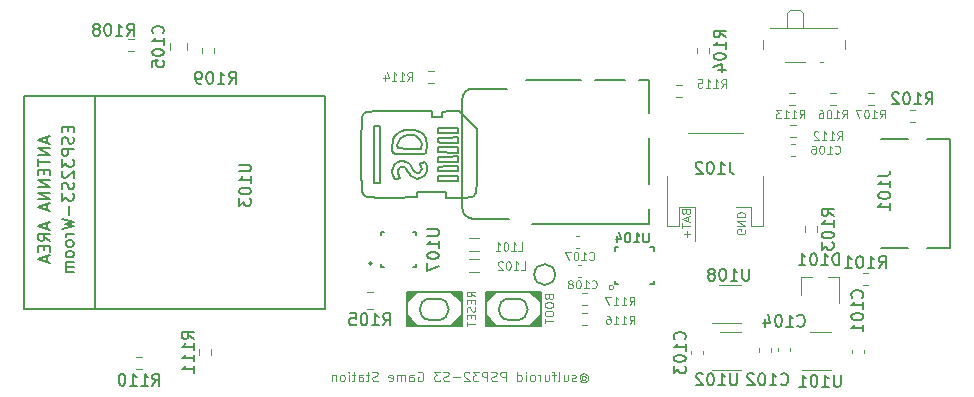
<source format=gbr>
%TF.GenerationSoftware,KiCad,Pcbnew,(5.1.12)-1*%
%TF.CreationDate,2022-11-06T18:41:51+01:00*%
%TF.ProjectId,NewmorphS3,4e65776d-6f72-4706-9853-332e6b696361,rev?*%
%TF.SameCoordinates,Original*%
%TF.FileFunction,Legend,Bot*%
%TF.FilePolarity,Positive*%
%FSLAX46Y46*%
G04 Gerber Fmt 4.6, Leading zero omitted, Abs format (unit mm)*
G04 Created by KiCad (PCBNEW (5.1.12)-1) date 2022-11-06 18:41:51*
%MOMM*%
%LPD*%
G01*
G04 APERTURE LIST*
%ADD10C,0.200000*%
%ADD11C,0.100000*%
%ADD12C,0.120000*%
%ADD13C,0.150000*%
%ADD14C,0.127000*%
G04 APERTURE END LIST*
D10*
X82572280Y-72945367D02*
X83403730Y-72945367D01*
X81157860Y-74114048D02*
X81122360Y-74275682D01*
X81477090Y-73330020D02*
X81361285Y-73141820D01*
X81361285Y-73141820D02*
X81213960Y-72984284D01*
X81213960Y-72984284D02*
X81036085Y-72857917D01*
X81036085Y-72857917D02*
X80828629Y-72763225D01*
X80828629Y-72763225D02*
X80592560Y-72700712D01*
X80592560Y-72700712D02*
X80383755Y-72674211D01*
X80383755Y-72674211D02*
X80215840Y-72668219D01*
X81561520Y-74622118D02*
X81589107Y-74415209D01*
X81589107Y-74415209D02*
X81598899Y-74198049D01*
X81598899Y-74198049D02*
X81600720Y-74053963D01*
X83417590Y-73345712D02*
X82600000Y-73361092D01*
X78778350Y-73562132D02*
X78734678Y-73761220D01*
X78734678Y-73761220D02*
X78707774Y-73972496D01*
X78707774Y-73972496D02*
X78698550Y-74188749D01*
X78818010Y-75711227D02*
X78734173Y-75901828D01*
X78734173Y-75901828D02*
X78696843Y-76133952D01*
X78696843Y-76133952D02*
X78700114Y-76340178D01*
X78700114Y-76340178D02*
X78733661Y-76541835D01*
X78733661Y-76541835D02*
X78812588Y-76756412D01*
X78812588Y-76756412D02*
X78887910Y-76870705D01*
X80406420Y-75939334D02*
X80302718Y-75762031D01*
X80302718Y-75762031D02*
X80176637Y-75596692D01*
X80176637Y-75596692D02*
X80017407Y-75461786D01*
X80017407Y-75461786D02*
X79833293Y-75380475D01*
X79833293Y-75380475D02*
X79611890Y-75343464D01*
X79344890Y-76769048D02*
X79240310Y-76563785D01*
X83403730Y-72945367D02*
X84235180Y-72945367D01*
X84235180Y-72557359D02*
X83403730Y-72557359D01*
X82572280Y-74164823D02*
X82572280Y-74349625D01*
X81459140Y-76526218D02*
X81565347Y-76340789D01*
X81565347Y-76340789D02*
X81614570Y-76133632D01*
X81614570Y-76133632D02*
X81625310Y-75969864D01*
X79611890Y-75343464D02*
X79396176Y-75348224D01*
X79396176Y-75348224D02*
X79177756Y-75405904D01*
X79177756Y-75405904D02*
X78990368Y-75518816D01*
X78990368Y-75518816D02*
X78835104Y-75686450D01*
X78835104Y-75686450D02*
X78818010Y-75711227D01*
X84235180Y-72751363D02*
X84235180Y-72557359D01*
X83440620Y-74608261D02*
X84235180Y-74608261D01*
X81174110Y-73962589D02*
X81174060Y-73962591D01*
X81474520Y-75396728D02*
X81245990Y-75457788D01*
X81600720Y-74053963D02*
X81596712Y-73837297D01*
X81596712Y-73837297D02*
X81576030Y-73626674D01*
X81576030Y-73626674D02*
X81518192Y-73421564D01*
X81518192Y-73421564D02*
X81477090Y-73330020D01*
X83440650Y-73776811D02*
X84235180Y-73776814D01*
X82572280Y-72557359D02*
X82572280Y-72751363D01*
X79271710Y-75908371D02*
X79453049Y-75792803D01*
X79453049Y-75792803D02*
X79657919Y-75810647D01*
X79657919Y-75810647D02*
X79832741Y-75954852D01*
X79832741Y-75954852D02*
X79954784Y-76140524D01*
X79954784Y-76140524D02*
X79974120Y-76177834D01*
X84235180Y-73553579D02*
X84235180Y-73330452D01*
X82609180Y-74571343D02*
X82814648Y-74594800D01*
X82814648Y-74594800D02*
X83024079Y-74602901D01*
X83024079Y-74602901D02*
X83241500Y-74607094D01*
X83241500Y-74607094D02*
X83440620Y-74608261D01*
X80555500Y-73161239D02*
X80746253Y-73240858D01*
X80746253Y-73240858D02*
X80909406Y-73363995D01*
X80909406Y-73363995D02*
X81038742Y-73520824D01*
X81038742Y-73520824D02*
X81128047Y-73701520D01*
X81128047Y-73701520D02*
X81173351Y-73929386D01*
X81173351Y-73929386D02*
X81174110Y-73962589D01*
X80215840Y-72668219D02*
X80012854Y-72676787D01*
X80012854Y-72676787D02*
X79761096Y-72714335D01*
X79761096Y-72714335D02*
X79532467Y-72780778D01*
X79532467Y-72780778D02*
X79328650Y-72875069D01*
X79328650Y-72875069D02*
X79151328Y-72996160D01*
X79151328Y-72996160D02*
X79002183Y-73143003D01*
X79002183Y-73143003D02*
X78882899Y-73314551D01*
X78882899Y-73314551D02*
X78795159Y-73509756D01*
X78795159Y-73509756D02*
X78778350Y-73562132D01*
X79172570Y-74238764D02*
X79132394Y-74011581D01*
X79132394Y-74011581D02*
X79188127Y-73792865D01*
X79188127Y-73792865D02*
X79271695Y-73603457D01*
X79271695Y-73603457D02*
X79379337Y-73432251D01*
X79379337Y-73432251D02*
X79527514Y-73283431D01*
X79527514Y-73283431D02*
X79553210Y-73267227D01*
X80139190Y-74719120D02*
X80363359Y-74719005D01*
X80363359Y-74719005D02*
X80652699Y-74718240D01*
X80652699Y-74718240D02*
X80890399Y-74716444D01*
X80890399Y-74716444D02*
X81136057Y-74711829D01*
X81136057Y-74711829D02*
X81346039Y-74701301D01*
X81346039Y-74701301D02*
X81542083Y-74651767D01*
X81542083Y-74651767D02*
X81561520Y-74622118D01*
X79240310Y-76563785D02*
X79161699Y-76366061D01*
X79161699Y-76366061D02*
X79144398Y-76152570D01*
X79144398Y-76152570D02*
X79229520Y-75955854D01*
X79229520Y-75955854D02*
X79271710Y-75908371D01*
X81245990Y-75457788D02*
X81060516Y-75537079D01*
X81060516Y-75537079D02*
X81053390Y-75603940D01*
X82572280Y-72751363D02*
X82572280Y-72945367D01*
X82606600Y-73737191D02*
X82813749Y-73762346D01*
X82813749Y-73762346D02*
X83023741Y-73771049D01*
X83023741Y-73771049D02*
X83241448Y-73775556D01*
X83241448Y-73775556D02*
X83440650Y-73776811D01*
X84235180Y-73330452D02*
X83417590Y-73345712D01*
X81558120Y-75596795D02*
X81474520Y-75396728D01*
X81625320Y-75969863D02*
X81606576Y-75762741D01*
X81606576Y-75762741D02*
X81558120Y-75596795D01*
X82583600Y-73529329D02*
X82600734Y-73729236D01*
X82600734Y-73729236D02*
X82606600Y-73737191D01*
X84235180Y-73776814D02*
X84235180Y-73553579D01*
X82572280Y-74349625D02*
X82598236Y-74552043D01*
X82598236Y-74552043D02*
X82609180Y-74571343D01*
X83403730Y-72557359D02*
X82572280Y-72557359D01*
X81625310Y-75969864D02*
X81625320Y-75969863D01*
X77389580Y-77213460D02*
X77639010Y-77213460D01*
X80165980Y-74275682D02*
X79926520Y-74274515D01*
X79926520Y-74274515D02*
X79706584Y-74271212D01*
X79706584Y-74271212D02*
X79479641Y-74264843D01*
X79479641Y-74264843D02*
X79262392Y-74253105D01*
X79262392Y-74253105D02*
X79172570Y-74238764D01*
X77140140Y-77213460D02*
X77389580Y-77213460D01*
X78887910Y-76870705D02*
X79090089Y-76837426D01*
X79090089Y-76837426D02*
X79123820Y-76828592D01*
X83403730Y-74164823D02*
X82572280Y-74164823D01*
X81122360Y-74275682D02*
X80165980Y-74275682D01*
X81165760Y-76124677D02*
X81054024Y-76295517D01*
X81054024Y-76295517D02*
X80991030Y-76337411D01*
X77389580Y-72335640D02*
X77140140Y-72335640D01*
X78698550Y-74188749D02*
X78699603Y-74418183D01*
X78699603Y-74418183D02*
X78761042Y-74630821D01*
X78761042Y-74630821D02*
X78995055Y-74705093D01*
X78995055Y-74705093D02*
X79252055Y-74718268D01*
X79252055Y-74718268D02*
X79520432Y-74720364D01*
X79520432Y-74720364D02*
X79740502Y-74719946D01*
X79740502Y-74719946D02*
X79996693Y-74719253D01*
X79996693Y-74719253D02*
X80139190Y-74719120D01*
X82600000Y-73361092D02*
X82583600Y-73529329D01*
X81174060Y-73962591D02*
X81157860Y-74114048D01*
X81053390Y-75603940D02*
X81129827Y-75794791D01*
X81129827Y-75794791D02*
X81179879Y-75993533D01*
X81179879Y-75993533D02*
X81165760Y-76124677D01*
X84235180Y-72945367D02*
X84235180Y-72751363D01*
X79123820Y-76828592D02*
X79344890Y-76769048D01*
X79974120Y-76177834D02*
X80082158Y-76363979D01*
X80082158Y-76363979D02*
X80245717Y-76564995D01*
X80245717Y-76564995D02*
X80426807Y-76710977D01*
X80426807Y-76710977D02*
X80620233Y-76800708D01*
X80620233Y-76800708D02*
X80820798Y-76832971D01*
X80820798Y-76832971D02*
X81023307Y-76806547D01*
X81023307Y-76806547D02*
X81222562Y-76720220D01*
X81222562Y-76720220D02*
X81413367Y-76572772D01*
X81413367Y-76572772D02*
X81459140Y-76526218D01*
X80991030Y-76337411D02*
X80783454Y-76361100D01*
X80783454Y-76361100D02*
X80606862Y-76240855D01*
X80606862Y-76240855D02*
X80481315Y-76070349D01*
X80481315Y-76070349D02*
X80406420Y-75939334D01*
X77639010Y-72335640D02*
X77389580Y-72335640D01*
X81600720Y-74053963D02*
X81600720Y-74053963D01*
X77140140Y-74774550D02*
X77140140Y-77213460D01*
X77140140Y-72335640D02*
X77140140Y-74774550D01*
X77639010Y-74774550D02*
X77639010Y-72335640D01*
X77639010Y-77213460D02*
X77639010Y-74774550D01*
X79553210Y-73267227D02*
X79765643Y-73185288D01*
X79765643Y-73185288D02*
X79963831Y-73145743D01*
X79963831Y-73145743D02*
X80174210Y-73127211D01*
X80174210Y-73127211D02*
X80377770Y-73131706D01*
X80377770Y-73131706D02*
X80555500Y-73161239D01*
X82932590Y-71143900D02*
X83619290Y-71128310D01*
X82073430Y-71615053D02*
X82486010Y-71615053D01*
X82073430Y-71116185D02*
X82073430Y-71365619D01*
X85842640Y-72635416D02*
X85842430Y-75270820D01*
X80804930Y-77934047D02*
X80787830Y-78169624D01*
X83403730Y-76991741D02*
X84235180Y-76991741D01*
X84235180Y-76603733D02*
X83403730Y-76603733D01*
X84235180Y-76797737D02*
X84235180Y-76603733D01*
X84235180Y-76991741D02*
X84235180Y-76797737D01*
X82898490Y-71615053D02*
X82915590Y-71379477D01*
X82915590Y-71379477D02*
X82932590Y-71143900D01*
X76199280Y-71459265D02*
X76340196Y-71279946D01*
X76340196Y-71279946D02*
X76565195Y-71188178D01*
X76565195Y-71188178D02*
X76834445Y-71151667D01*
X76834445Y-71151667D02*
X77125411Y-71134387D01*
X77125411Y-71134387D02*
X77370492Y-71126739D01*
X77370492Y-71126739D02*
X77661877Y-71121604D01*
X77661877Y-71121604D02*
X78004209Y-71118482D01*
X78004209Y-71118482D02*
X78402135Y-71116872D01*
X78402135Y-71116872D02*
X78623397Y-71116477D01*
X78623397Y-71116477D02*
X78860300Y-71116273D01*
X78860300Y-71116273D02*
X79113424Y-71116196D01*
X79113424Y-71116196D02*
X79383350Y-71116185D01*
X84237030Y-78432915D02*
X83237450Y-78432915D01*
X78733680Y-78419707D02*
X78528039Y-78421138D01*
X78528039Y-78421138D02*
X78153613Y-78423340D01*
X78153613Y-78423340D02*
X77825481Y-78424293D01*
X77825481Y-78424293D02*
X77540228Y-78423550D01*
X77540228Y-78423550D02*
X77294437Y-78420668D01*
X77294437Y-78420668D02*
X77084691Y-78415202D01*
X77084691Y-78415202D02*
X76830187Y-78401182D01*
X76830187Y-78401182D02*
X76585125Y-78369291D01*
X76585125Y-78369291D02*
X76391883Y-78303210D01*
X76391883Y-78303210D02*
X76236789Y-78149300D01*
X76236789Y-78149300D02*
X76199280Y-78089835D01*
X80787830Y-78169624D02*
X80770830Y-78405200D01*
X82021240Y-77934047D02*
X80804930Y-77934047D01*
X84235180Y-74164823D02*
X83403730Y-74164823D01*
X82572280Y-76603733D02*
X82572280Y-76797737D01*
X84235180Y-74386542D02*
X84235180Y-74164823D01*
X79383350Y-71116185D02*
X82073430Y-71116185D01*
X84235180Y-74608261D02*
X84235180Y-74386542D01*
X82572280Y-76797737D02*
X82572280Y-76991741D01*
X83237450Y-77934047D02*
X82021240Y-77934047D01*
X85074320Y-71874012D02*
X85842640Y-72635416D01*
X83237450Y-78432915D02*
X83237450Y-78183481D01*
X83619290Y-71128310D02*
X84305879Y-71112610D01*
X80770830Y-78405200D02*
X78733680Y-78419707D01*
X83400400Y-75384278D02*
X84235180Y-75384277D01*
X82582800Y-75176417D02*
X82565600Y-75384278D01*
X82600000Y-74968556D02*
X82582800Y-75176417D01*
X84235180Y-75769363D02*
X83417590Y-75784627D01*
X82486010Y-71615053D02*
X82898490Y-71615053D01*
X85842430Y-75270820D02*
X85842396Y-75502372D01*
X85842396Y-75502372D02*
X85842324Y-75720036D01*
X85842324Y-75720036D02*
X85842193Y-75924274D01*
X85842193Y-75924274D02*
X85841685Y-76294328D01*
X85841685Y-76294328D02*
X85840724Y-76616239D01*
X85840724Y-76616239D02*
X85839163Y-76893716D01*
X85839163Y-76893716D02*
X85836854Y-77130464D01*
X85836854Y-77130464D02*
X85831667Y-77417329D01*
X85831667Y-77417329D02*
X85823968Y-77633406D01*
X85823968Y-77633406D02*
X85808936Y-77833017D01*
X85808936Y-77833017D02*
X85758102Y-78040042D01*
X85758102Y-78040042D02*
X85730380Y-78089835D01*
X84235180Y-75992489D02*
X84235180Y-75769363D01*
X76199280Y-78089835D02*
X76130328Y-77892016D01*
X76130328Y-77892016D02*
X76108644Y-77650410D01*
X76108644Y-77650410D02*
X76100057Y-77422497D01*
X76100057Y-77422497D02*
X76094167Y-77114034D01*
X76094167Y-77114034D02*
X76091489Y-76856230D01*
X76091489Y-76856230D02*
X76089634Y-76551510D01*
X76089634Y-76551510D02*
X76088453Y-76195429D01*
X76088453Y-76195429D02*
X76087795Y-75783539D01*
X76087795Y-75783539D02*
X76087616Y-75555276D01*
X76087616Y-75555276D02*
X76087511Y-75311394D01*
X76087511Y-75311394D02*
X76087462Y-75051337D01*
X76087462Y-75051337D02*
X76087450Y-74774550D01*
X84235180Y-76215724D02*
X84235180Y-75992489D01*
X82572280Y-76991741D02*
X83403730Y-76991741D01*
X82565600Y-75384278D02*
X83400400Y-75384278D01*
X83417590Y-74953180D02*
X82600000Y-74968556D01*
X84235180Y-74937917D02*
X83417590Y-74953180D01*
X83440650Y-76215724D02*
X84235180Y-76215724D01*
X84235180Y-75161043D02*
X84235180Y-74937917D01*
X84235180Y-75384277D02*
X84235180Y-75161043D01*
X83417590Y-75784627D02*
X82600000Y-75800000D01*
X83403730Y-76603733D02*
X82572280Y-76603733D01*
X84305879Y-71112610D02*
X85074320Y-71874012D01*
X82073430Y-71365619D02*
X82073430Y-71615053D01*
X76087450Y-74774550D02*
X76087461Y-74497762D01*
X76087461Y-74497762D02*
X76087510Y-74237705D01*
X76087510Y-74237705D02*
X76087613Y-73993823D01*
X76087613Y-73993823D02*
X76087791Y-73765560D01*
X76087791Y-73765560D02*
X76088061Y-73552361D01*
X76088061Y-73552361D02*
X76088957Y-73168931D01*
X76088957Y-73168931D02*
X76090449Y-72839086D01*
X76090449Y-72839086D02*
X76092690Y-72558380D01*
X76092690Y-72558380D02*
X76095829Y-72322367D01*
X76095829Y-72322367D02*
X76102553Y-72042421D01*
X76102553Y-72042421D02*
X76112147Y-71838025D01*
X76112147Y-71838025D02*
X76135893Y-71624497D01*
X76135893Y-71624497D02*
X76199280Y-71459265D01*
X83237450Y-78183481D02*
X83237450Y-77934047D01*
X85730380Y-78089835D02*
X85600124Y-78252490D01*
X85600124Y-78252490D02*
X85410722Y-78354403D01*
X85410722Y-78354403D02*
X85206363Y-78397559D01*
X85206363Y-78397559D02*
X84984830Y-78418115D01*
X84984830Y-78418115D02*
X84777557Y-78427052D01*
X84777557Y-78427052D02*
X84529846Y-78431628D01*
X84529846Y-78431628D02*
X84237030Y-78432915D01*
X82606600Y-76176100D02*
X82813749Y-76201256D01*
X82813749Y-76201256D02*
X83023741Y-76209960D01*
X83023741Y-76209960D02*
X83241448Y-76214469D01*
X83241448Y-76214469D02*
X83440650Y-76215724D01*
X82583600Y-75968238D02*
X82600734Y-76168145D01*
X82600734Y-76168145D02*
X82606600Y-76176100D01*
X82600000Y-75800000D02*
X82583600Y-75968238D01*
D11*
X94742857Y-93580952D02*
X94780952Y-93542857D01*
X94857142Y-93504761D01*
X94933333Y-93504761D01*
X95009523Y-93542857D01*
X95047619Y-93580952D01*
X95085714Y-93657142D01*
X95085714Y-93733333D01*
X95047619Y-93809523D01*
X95009523Y-93847619D01*
X94933333Y-93885714D01*
X94857142Y-93885714D01*
X94780952Y-93847619D01*
X94742857Y-93809523D01*
X94742857Y-93504761D02*
X94742857Y-93809523D01*
X94704761Y-93847619D01*
X94666666Y-93847619D01*
X94590476Y-93809523D01*
X94552380Y-93733333D01*
X94552380Y-93542857D01*
X94628571Y-93428571D01*
X94742857Y-93352380D01*
X94895238Y-93314285D01*
X95047619Y-93352380D01*
X95161904Y-93428571D01*
X95238095Y-93542857D01*
X95276190Y-93695238D01*
X95238095Y-93847619D01*
X95161904Y-93961904D01*
X95047619Y-94038095D01*
X94895238Y-94076190D01*
X94742857Y-94038095D01*
X94628571Y-93961904D01*
X94247619Y-93923809D02*
X94171428Y-93961904D01*
X94019047Y-93961904D01*
X93942857Y-93923809D01*
X93904761Y-93847619D01*
X93904761Y-93809523D01*
X93942857Y-93733333D01*
X94019047Y-93695238D01*
X94133333Y-93695238D01*
X94209523Y-93657142D01*
X94247619Y-93580952D01*
X94247619Y-93542857D01*
X94209523Y-93466666D01*
X94133333Y-93428571D01*
X94019047Y-93428571D01*
X93942857Y-93466666D01*
X93219047Y-93428571D02*
X93219047Y-93961904D01*
X93561904Y-93428571D02*
X93561904Y-93847619D01*
X93523809Y-93923809D01*
X93447619Y-93961904D01*
X93333333Y-93961904D01*
X93257142Y-93923809D01*
X93219047Y-93885714D01*
X92723809Y-93961904D02*
X92800000Y-93923809D01*
X92838095Y-93847619D01*
X92838095Y-93161904D01*
X92533333Y-93428571D02*
X92228571Y-93428571D01*
X92419047Y-93961904D02*
X92419047Y-93276190D01*
X92380952Y-93200000D01*
X92304761Y-93161904D01*
X92228571Y-93161904D01*
X91619047Y-93428571D02*
X91619047Y-93961904D01*
X91961904Y-93428571D02*
X91961904Y-93847619D01*
X91923809Y-93923809D01*
X91847619Y-93961904D01*
X91733333Y-93961904D01*
X91657142Y-93923809D01*
X91619047Y-93885714D01*
X91238095Y-93961904D02*
X91238095Y-93428571D01*
X91238095Y-93580952D02*
X91200000Y-93504761D01*
X91161904Y-93466666D01*
X91085714Y-93428571D01*
X91009523Y-93428571D01*
X90628571Y-93961904D02*
X90704761Y-93923809D01*
X90742857Y-93885714D01*
X90780952Y-93809523D01*
X90780952Y-93580952D01*
X90742857Y-93504761D01*
X90704761Y-93466666D01*
X90628571Y-93428571D01*
X90514285Y-93428571D01*
X90438095Y-93466666D01*
X90400000Y-93504761D01*
X90361904Y-93580952D01*
X90361904Y-93809523D01*
X90400000Y-93885714D01*
X90438095Y-93923809D01*
X90514285Y-93961904D01*
X90628571Y-93961904D01*
X90019047Y-93961904D02*
X90019047Y-93428571D01*
X90019047Y-93161904D02*
X90057142Y-93200000D01*
X90019047Y-93238095D01*
X89980952Y-93200000D01*
X90019047Y-93161904D01*
X90019047Y-93238095D01*
X89295238Y-93961904D02*
X89295238Y-93161904D01*
X89295238Y-93923809D02*
X89371428Y-93961904D01*
X89523809Y-93961904D01*
X89600000Y-93923809D01*
X89638095Y-93885714D01*
X89676190Y-93809523D01*
X89676190Y-93580952D01*
X89638095Y-93504761D01*
X89600000Y-93466666D01*
X89523809Y-93428571D01*
X89371428Y-93428571D01*
X89295238Y-93466666D01*
X88304761Y-93961904D02*
X88304761Y-93161904D01*
X88000000Y-93161904D01*
X87923809Y-93200000D01*
X87885714Y-93238095D01*
X87847619Y-93314285D01*
X87847619Y-93428571D01*
X87885714Y-93504761D01*
X87923809Y-93542857D01*
X88000000Y-93580952D01*
X88304761Y-93580952D01*
X87542857Y-93923809D02*
X87428571Y-93961904D01*
X87238095Y-93961904D01*
X87161904Y-93923809D01*
X87123809Y-93885714D01*
X87085714Y-93809523D01*
X87085714Y-93733333D01*
X87123809Y-93657142D01*
X87161904Y-93619047D01*
X87238095Y-93580952D01*
X87390476Y-93542857D01*
X87466666Y-93504761D01*
X87504761Y-93466666D01*
X87542857Y-93390476D01*
X87542857Y-93314285D01*
X87504761Y-93238095D01*
X87466666Y-93200000D01*
X87390476Y-93161904D01*
X87200000Y-93161904D01*
X87085714Y-93200000D01*
X86742857Y-93961904D02*
X86742857Y-93161904D01*
X86438095Y-93161904D01*
X86361904Y-93200000D01*
X86323809Y-93238095D01*
X86285714Y-93314285D01*
X86285714Y-93428571D01*
X86323809Y-93504761D01*
X86361904Y-93542857D01*
X86438095Y-93580952D01*
X86742857Y-93580952D01*
X86019047Y-93161904D02*
X85523809Y-93161904D01*
X85790476Y-93466666D01*
X85676190Y-93466666D01*
X85600000Y-93504761D01*
X85561904Y-93542857D01*
X85523809Y-93619047D01*
X85523809Y-93809523D01*
X85561904Y-93885714D01*
X85600000Y-93923809D01*
X85676190Y-93961904D01*
X85904761Y-93961904D01*
X85980952Y-93923809D01*
X86019047Y-93885714D01*
X85219047Y-93238095D02*
X85180952Y-93200000D01*
X85104761Y-93161904D01*
X84914285Y-93161904D01*
X84838095Y-93200000D01*
X84800000Y-93238095D01*
X84761904Y-93314285D01*
X84761904Y-93390476D01*
X84800000Y-93504761D01*
X85257142Y-93961904D01*
X84761904Y-93961904D01*
X84419047Y-93657142D02*
X83809523Y-93657142D01*
X83466666Y-93923809D02*
X83352380Y-93961904D01*
X83161904Y-93961904D01*
X83085714Y-93923809D01*
X83047619Y-93885714D01*
X83009523Y-93809523D01*
X83009523Y-93733333D01*
X83047619Y-93657142D01*
X83085714Y-93619047D01*
X83161904Y-93580952D01*
X83314285Y-93542857D01*
X83390476Y-93504761D01*
X83428571Y-93466666D01*
X83466666Y-93390476D01*
X83466666Y-93314285D01*
X83428571Y-93238095D01*
X83390476Y-93200000D01*
X83314285Y-93161904D01*
X83123809Y-93161904D01*
X83009523Y-93200000D01*
X82742857Y-93161904D02*
X82247619Y-93161904D01*
X82514285Y-93466666D01*
X82400000Y-93466666D01*
X82323809Y-93504761D01*
X82285714Y-93542857D01*
X82247619Y-93619047D01*
X82247619Y-93809523D01*
X82285714Y-93885714D01*
X82323809Y-93923809D01*
X82400000Y-93961904D01*
X82628571Y-93961904D01*
X82704761Y-93923809D01*
X82742857Y-93885714D01*
X80876190Y-93200000D02*
X80952380Y-93161904D01*
X81066666Y-93161904D01*
X81180952Y-93200000D01*
X81257142Y-93276190D01*
X81295238Y-93352380D01*
X81333333Y-93504761D01*
X81333333Y-93619047D01*
X81295238Y-93771428D01*
X81257142Y-93847619D01*
X81180952Y-93923809D01*
X81066666Y-93961904D01*
X80990476Y-93961904D01*
X80876190Y-93923809D01*
X80838095Y-93885714D01*
X80838095Y-93619047D01*
X80990476Y-93619047D01*
X80152380Y-93961904D02*
X80152380Y-93542857D01*
X80190476Y-93466666D01*
X80266666Y-93428571D01*
X80419047Y-93428571D01*
X80495238Y-93466666D01*
X80152380Y-93923809D02*
X80228571Y-93961904D01*
X80419047Y-93961904D01*
X80495238Y-93923809D01*
X80533333Y-93847619D01*
X80533333Y-93771428D01*
X80495238Y-93695238D01*
X80419047Y-93657142D01*
X80228571Y-93657142D01*
X80152380Y-93619047D01*
X79771428Y-93961904D02*
X79771428Y-93428571D01*
X79771428Y-93504761D02*
X79733333Y-93466666D01*
X79657142Y-93428571D01*
X79542857Y-93428571D01*
X79466666Y-93466666D01*
X79428571Y-93542857D01*
X79428571Y-93961904D01*
X79428571Y-93542857D02*
X79390476Y-93466666D01*
X79314285Y-93428571D01*
X79200000Y-93428571D01*
X79123809Y-93466666D01*
X79085714Y-93542857D01*
X79085714Y-93961904D01*
X78400000Y-93923809D02*
X78476190Y-93961904D01*
X78628571Y-93961904D01*
X78704761Y-93923809D01*
X78742857Y-93847619D01*
X78742857Y-93542857D01*
X78704761Y-93466666D01*
X78628571Y-93428571D01*
X78476190Y-93428571D01*
X78400000Y-93466666D01*
X78361904Y-93542857D01*
X78361904Y-93619047D01*
X78742857Y-93695238D01*
X77447619Y-93923809D02*
X77333333Y-93961904D01*
X77142857Y-93961904D01*
X77066666Y-93923809D01*
X77028571Y-93885714D01*
X76990476Y-93809523D01*
X76990476Y-93733333D01*
X77028571Y-93657142D01*
X77066666Y-93619047D01*
X77142857Y-93580952D01*
X77295238Y-93542857D01*
X77371428Y-93504761D01*
X77409523Y-93466666D01*
X77447619Y-93390476D01*
X77447619Y-93314285D01*
X77409523Y-93238095D01*
X77371428Y-93200000D01*
X77295238Y-93161904D01*
X77104761Y-93161904D01*
X76990476Y-93200000D01*
X76761904Y-93428571D02*
X76457142Y-93428571D01*
X76647619Y-93161904D02*
X76647619Y-93847619D01*
X76609523Y-93923809D01*
X76533333Y-93961904D01*
X76457142Y-93961904D01*
X75847619Y-93961904D02*
X75847619Y-93542857D01*
X75885714Y-93466666D01*
X75961904Y-93428571D01*
X76114285Y-93428571D01*
X76190476Y-93466666D01*
X75847619Y-93923809D02*
X75923809Y-93961904D01*
X76114285Y-93961904D01*
X76190476Y-93923809D01*
X76228571Y-93847619D01*
X76228571Y-93771428D01*
X76190476Y-93695238D01*
X76114285Y-93657142D01*
X75923809Y-93657142D01*
X75847619Y-93619047D01*
X75580952Y-93428571D02*
X75276190Y-93428571D01*
X75466666Y-93161904D02*
X75466666Y-93847619D01*
X75428571Y-93923809D01*
X75352380Y-93961904D01*
X75276190Y-93961904D01*
X75009523Y-93961904D02*
X75009523Y-93428571D01*
X75009523Y-93161904D02*
X75047619Y-93200000D01*
X75009523Y-93238095D01*
X74971428Y-93200000D01*
X75009523Y-93161904D01*
X75009523Y-93238095D01*
X74514285Y-93961904D02*
X74590476Y-93923809D01*
X74628571Y-93885714D01*
X74666666Y-93809523D01*
X74666666Y-93580952D01*
X74628571Y-93504761D01*
X74590476Y-93466666D01*
X74514285Y-93428571D01*
X74400000Y-93428571D01*
X74323809Y-93466666D01*
X74285714Y-93504761D01*
X74247619Y-93580952D01*
X74247619Y-93809523D01*
X74285714Y-93885714D01*
X74323809Y-93923809D01*
X74400000Y-93961904D01*
X74514285Y-93961904D01*
X73904761Y-93428571D02*
X73904761Y-93961904D01*
X73904761Y-93504761D02*
X73866666Y-93466666D01*
X73790476Y-93428571D01*
X73676190Y-93428571D01*
X73600000Y-93466666D01*
X73561904Y-93542857D01*
X73561904Y-93961904D01*
X103550000Y-79650000D02*
X103583333Y-79750000D01*
X103616666Y-79783333D01*
X103683333Y-79816666D01*
X103783333Y-79816666D01*
X103850000Y-79783333D01*
X103883333Y-79750000D01*
X103916666Y-79683333D01*
X103916666Y-79416666D01*
X103216666Y-79416666D01*
X103216666Y-79650000D01*
X103250000Y-79716666D01*
X103283333Y-79750000D01*
X103350000Y-79783333D01*
X103416666Y-79783333D01*
X103483333Y-79750000D01*
X103516666Y-79716666D01*
X103550000Y-79650000D01*
X103550000Y-79416666D01*
X103716666Y-80083333D02*
X103716666Y-80416666D01*
X103916666Y-80016666D02*
X103216666Y-80250000D01*
X103916666Y-80483333D01*
X103216666Y-80616666D02*
X103216666Y-81016666D01*
X103916666Y-80816666D02*
X103216666Y-80816666D01*
X103650000Y-81250000D02*
X103650000Y-81783333D01*
X103916666Y-81516666D02*
X103383333Y-81516666D01*
X108550000Y-81133333D02*
X108583333Y-81200000D01*
X108583333Y-81300000D01*
X108550000Y-81400000D01*
X108483333Y-81466666D01*
X108416666Y-81500000D01*
X108283333Y-81533333D01*
X108183333Y-81533333D01*
X108050000Y-81500000D01*
X107983333Y-81466666D01*
X107916666Y-81400000D01*
X107883333Y-81300000D01*
X107883333Y-81233333D01*
X107916666Y-81133333D01*
X107950000Y-81100000D01*
X108183333Y-81100000D01*
X108183333Y-81233333D01*
X107883333Y-80800000D02*
X108583333Y-80800000D01*
X107883333Y-80400000D01*
X108583333Y-80400000D01*
X107883333Y-80066666D02*
X108583333Y-80066666D01*
X108583333Y-79900000D01*
X108550000Y-79800000D01*
X108483333Y-79733333D01*
X108416666Y-79700000D01*
X108283333Y-79666666D01*
X108183333Y-79666666D01*
X108050000Y-79700000D01*
X107983333Y-79733333D01*
X107916666Y-79800000D01*
X107883333Y-79900000D01*
X107883333Y-80066666D01*
X85716666Y-86783333D02*
X85383333Y-86550000D01*
X85716666Y-86383333D02*
X85016666Y-86383333D01*
X85016666Y-86650000D01*
X85050000Y-86716666D01*
X85083333Y-86750000D01*
X85150000Y-86783333D01*
X85250000Y-86783333D01*
X85316666Y-86750000D01*
X85350000Y-86716666D01*
X85383333Y-86650000D01*
X85383333Y-86383333D01*
X85350000Y-87083333D02*
X85350000Y-87316666D01*
X85716666Y-87416666D02*
X85716666Y-87083333D01*
X85016666Y-87083333D01*
X85016666Y-87416666D01*
X85683333Y-87683333D02*
X85716666Y-87783333D01*
X85716666Y-87950000D01*
X85683333Y-88016666D01*
X85650000Y-88050000D01*
X85583333Y-88083333D01*
X85516666Y-88083333D01*
X85450000Y-88050000D01*
X85416666Y-88016666D01*
X85383333Y-87950000D01*
X85350000Y-87816666D01*
X85316666Y-87750000D01*
X85283333Y-87716666D01*
X85216666Y-87683333D01*
X85150000Y-87683333D01*
X85083333Y-87716666D01*
X85050000Y-87750000D01*
X85016666Y-87816666D01*
X85016666Y-87983333D01*
X85050000Y-88083333D01*
X85350000Y-88383333D02*
X85350000Y-88616666D01*
X85716666Y-88716666D02*
X85716666Y-88383333D01*
X85016666Y-88383333D01*
X85016666Y-88716666D01*
X85016666Y-88916666D02*
X85016666Y-89316666D01*
X85716666Y-89116666D02*
X85016666Y-89116666D01*
X91950000Y-86850000D02*
X91983333Y-86950000D01*
X92016666Y-86983333D01*
X92083333Y-87016666D01*
X92183333Y-87016666D01*
X92250000Y-86983333D01*
X92283333Y-86950000D01*
X92316666Y-86883333D01*
X92316666Y-86616666D01*
X91616666Y-86616666D01*
X91616666Y-86850000D01*
X91650000Y-86916666D01*
X91683333Y-86950000D01*
X91750000Y-86983333D01*
X91816666Y-86983333D01*
X91883333Y-86950000D01*
X91916666Y-86916666D01*
X91950000Y-86850000D01*
X91950000Y-86616666D01*
X91616666Y-87450000D02*
X91616666Y-87583333D01*
X91650000Y-87650000D01*
X91716666Y-87716666D01*
X91850000Y-87750000D01*
X92083333Y-87750000D01*
X92216666Y-87716666D01*
X92283333Y-87650000D01*
X92316666Y-87583333D01*
X92316666Y-87450000D01*
X92283333Y-87383333D01*
X92216666Y-87316666D01*
X92083333Y-87283333D01*
X91850000Y-87283333D01*
X91716666Y-87316666D01*
X91650000Y-87383333D01*
X91616666Y-87450000D01*
X91616666Y-88183333D02*
X91616666Y-88316666D01*
X91650000Y-88383333D01*
X91716666Y-88450000D01*
X91850000Y-88483333D01*
X92083333Y-88483333D01*
X92216666Y-88450000D01*
X92283333Y-88383333D01*
X92316666Y-88316666D01*
X92316666Y-88183333D01*
X92283333Y-88116666D01*
X92216666Y-88050000D01*
X92083333Y-88016666D01*
X91850000Y-88016666D01*
X91716666Y-88050000D01*
X91650000Y-88116666D01*
X91616666Y-88183333D01*
X91616666Y-88683333D02*
X91616666Y-89083333D01*
X92316666Y-88883333D02*
X91616666Y-88883333D01*
D12*
%TO.C,C101*%
X118620000Y-91299420D02*
X118620000Y-91580580D01*
X117600000Y-91299420D02*
X117600000Y-91580580D01*
%TO.C,C102*%
X109726000Y-91466580D02*
X109726000Y-91185420D01*
X110746000Y-91466580D02*
X110746000Y-91185420D01*
%TO.C,C103*%
X104011000Y-91413420D02*
X104011000Y-91694580D01*
X105031000Y-91413420D02*
X105031000Y-91694580D01*
%TO.C,C104*%
X111377000Y-91159420D02*
X111377000Y-91440580D01*
X112397000Y-91159420D02*
X112397000Y-91440580D01*
%TO.C,C105*%
X61314000Y-65376248D02*
X61314000Y-65898752D01*
X59844000Y-65376248D02*
X59844000Y-65898752D01*
%TO.C,D101*%
X113320000Y-85190000D02*
X113320000Y-86650000D01*
X116480000Y-85190000D02*
X116480000Y-87350000D01*
X116480000Y-85190000D02*
X115550000Y-85190000D01*
X113320000Y-85190000D02*
X114250000Y-85190000D01*
D13*
%TO.C,J101*%
X122335000Y-82705000D02*
X120035000Y-82705000D01*
X125935000Y-82705000D02*
X123985000Y-82705000D01*
X122335000Y-73505000D02*
X120035000Y-73505000D01*
X125935000Y-73505000D02*
X123985000Y-73505000D01*
X125935000Y-82705000D02*
X125935000Y-73505000D01*
D12*
%TO.C,R101*%
X119012258Y-84821500D02*
X118537742Y-84821500D01*
X119012258Y-85866500D02*
X118537742Y-85866500D01*
%TO.C,R102*%
X122982258Y-72023500D02*
X122507742Y-72023500D01*
X122982258Y-70978500D02*
X122507742Y-70978500D01*
%TO.C,R103*%
X114695500Y-81326258D02*
X114695500Y-80851742D01*
X113650500Y-81326258D02*
X113650500Y-80851742D01*
%TO.C,R104*%
X104506500Y-66213258D02*
X104506500Y-65738742D01*
X105551500Y-66213258D02*
X105551500Y-65738742D01*
%TO.C,R105*%
X76572936Y-86387000D02*
X77027064Y-86387000D01*
X76572936Y-87857000D02*
X77027064Y-87857000D01*
%TO.C,R108*%
X56340742Y-65009500D02*
X56815258Y-65009500D01*
X56340742Y-66054500D02*
X56815258Y-66054500D01*
%TO.C,R109*%
X63641500Y-66213258D02*
X63641500Y-65738742D01*
X62596500Y-66213258D02*
X62596500Y-65738742D01*
%TO.C,R110*%
X57039742Y-92978500D02*
X57514258Y-92978500D01*
X57039742Y-91933500D02*
X57514258Y-91933500D01*
%TO.C,R111*%
X62342500Y-91266742D02*
X62342500Y-91741258D01*
X63387500Y-91266742D02*
X63387500Y-91741258D01*
%TO.C,R112*%
X112387742Y-72277500D02*
X112862258Y-72277500D01*
X112387742Y-73322500D02*
X112862258Y-73322500D01*
%TO.C,R113*%
X112316742Y-69578500D02*
X112791258Y-69578500D01*
X112316742Y-70623500D02*
X112791258Y-70623500D01*
D14*
%TO.C,SW101*%
G36*
X79910000Y-86390000D02*
G01*
X80810000Y-86390000D01*
X79910000Y-87290000D01*
X79910000Y-86390000D01*
G37*
X79910000Y-86390000D02*
X80810000Y-86390000D01*
X79910000Y-87290000D01*
X79910000Y-86390000D01*
G36*
X84575000Y-86390000D02*
G01*
X84575000Y-87290000D01*
X83675000Y-86390000D01*
X84575000Y-86390000D01*
G37*
X84575000Y-86390000D02*
X84575000Y-87290000D01*
X83675000Y-86390000D01*
X84575000Y-86390000D01*
G36*
X84575000Y-89290000D02*
G01*
X83675000Y-89290000D01*
X84575000Y-88390000D01*
X84575000Y-89290000D01*
G37*
X84575000Y-89290000D02*
X83675000Y-89290000D01*
X84575000Y-88390000D01*
X84575000Y-89290000D01*
G36*
X79910000Y-89290000D02*
G01*
X79910000Y-88390000D01*
X80810000Y-89290000D01*
X79910000Y-89290000D01*
G37*
X79910000Y-89290000D02*
X79910000Y-88390000D01*
X80810000Y-89290000D01*
X79910000Y-89290000D01*
X79910000Y-86390000D02*
X79910000Y-89290000D01*
X84575000Y-86390000D02*
X79910000Y-86390000D01*
X84575000Y-89290000D02*
X84575000Y-86390000D01*
X79910000Y-89290000D02*
X84575000Y-89290000D01*
X82575000Y-86990000D02*
X81910000Y-86990000D01*
X81910000Y-88790000D02*
X82575000Y-88790000D01*
X81910000Y-86990000D02*
G75*
G03*
X81910000Y-88790000I0J-900000D01*
G01*
X82575000Y-88790000D02*
G75*
G03*
X82575000Y-86990000I0J900000D01*
G01*
%TO.C,SW102*%
X88600000Y-88790000D02*
X89265000Y-88790000D01*
X89265000Y-86990000D02*
X88600000Y-86990000D01*
X86600000Y-89290000D02*
X91265000Y-89290000D01*
X91265000Y-89290000D02*
X91265000Y-86390000D01*
X91265000Y-86390000D02*
X86600000Y-86390000D01*
X86600000Y-86390000D02*
X86600000Y-89290000D01*
G36*
X86600000Y-89290000D02*
G01*
X86600000Y-88390000D01*
X87500000Y-89290000D01*
X86600000Y-89290000D01*
G37*
X86600000Y-89290000D02*
X86600000Y-88390000D01*
X87500000Y-89290000D01*
X86600000Y-89290000D01*
G36*
X91265000Y-89290000D02*
G01*
X90365000Y-89290000D01*
X91265000Y-88390000D01*
X91265000Y-89290000D01*
G37*
X91265000Y-89290000D02*
X90365000Y-89290000D01*
X91265000Y-88390000D01*
X91265000Y-89290000D01*
G36*
X91265000Y-86390000D02*
G01*
X91265000Y-87290000D01*
X90365000Y-86390000D01*
X91265000Y-86390000D01*
G37*
X91265000Y-86390000D02*
X91265000Y-87290000D01*
X90365000Y-86390000D01*
X91265000Y-86390000D01*
G36*
X86600000Y-86390000D02*
G01*
X87500000Y-86390000D01*
X86600000Y-87290000D01*
X86600000Y-86390000D01*
G37*
X86600000Y-86390000D02*
X87500000Y-86390000D01*
X86600000Y-87290000D01*
X86600000Y-86390000D01*
X89265000Y-88790000D02*
G75*
G03*
X89265000Y-86990000I0J900000D01*
G01*
X88600000Y-86990000D02*
G75*
G03*
X88600000Y-88790000I0J-900000D01*
G01*
D12*
%TO.C,SW105*%
X116988000Y-65066000D02*
X116988000Y-65856000D01*
X110088000Y-65856000D02*
X110088000Y-65066000D01*
X111938000Y-66906000D02*
X113638000Y-66906000D01*
X110688000Y-64056000D02*
X116388000Y-64056000D01*
X113438000Y-62766000D02*
X113438000Y-64056000D01*
X112338000Y-62556000D02*
X113238000Y-62556000D01*
X112138000Y-64056000D02*
X112138000Y-62766000D01*
X113438000Y-62766000D02*
X113238000Y-62556000D01*
X112138000Y-62766000D02*
X112338000Y-62556000D01*
X114938000Y-66906000D02*
X115138000Y-66906000D01*
%TO.C,U101*%
X115835000Y-93050000D02*
X113385000Y-93050000D01*
X114035000Y-89830000D02*
X115835000Y-89830000D01*
%TO.C,U102*%
X106415000Y-89830000D02*
X108215000Y-89830000D01*
X108215000Y-93050000D02*
X105765000Y-93050000D01*
D13*
%TO.C,U103*%
X53525000Y-69850000D02*
X53525000Y-87850000D01*
X47525000Y-69850000D02*
X73025000Y-69850000D01*
X47525000Y-87850000D02*
X47525000Y-69850000D01*
X73025000Y-87850000D02*
X47525000Y-87850000D01*
X73025000Y-69850000D02*
X73025000Y-87850000D01*
D12*
%TO.C,C106*%
X112484420Y-74910000D02*
X112765580Y-74910000D01*
X112484420Y-73890000D02*
X112765580Y-73890000D01*
%TO.C,R106*%
X115782742Y-69578500D02*
X116257258Y-69578500D01*
X115782742Y-70623500D02*
X116257258Y-70623500D01*
%TO.C,R107*%
X119458258Y-69578500D02*
X118983742Y-69578500D01*
X119458258Y-70623500D02*
X118983742Y-70623500D01*
D14*
%TO.C,U104*%
X100850000Y-85750000D02*
X100850000Y-85450000D01*
X100850000Y-82950000D02*
X100850000Y-82650000D01*
X97550000Y-82650000D02*
X97550000Y-82950000D01*
X97550000Y-85450000D02*
X97550000Y-85750000D01*
X97550000Y-85750000D02*
X97850000Y-85750000D01*
X100500000Y-85750000D02*
X100850000Y-85750000D01*
X100850000Y-82650000D02*
X100550000Y-82650000D01*
X97850000Y-82650000D02*
X97550000Y-82650000D01*
D11*
X97450000Y-86050000D02*
G75*
G03*
X97450000Y-86050000I-200000J0D01*
G01*
D12*
%TO.C,J102*%
X101990000Y-76560000D02*
X101990000Y-80810000D01*
X101990000Y-80810000D02*
X103010000Y-80810000D01*
X103010000Y-80810000D02*
X103010000Y-79210000D01*
X103010000Y-79210000D02*
X104290000Y-79210000D01*
X104290000Y-79210000D02*
X104290000Y-82100000D01*
X110110000Y-76560000D02*
X110110000Y-80810000D01*
X110110000Y-80810000D02*
X109090000Y-80810000D01*
X109090000Y-80810000D02*
X109090000Y-79210000D01*
X109090000Y-79210000D02*
X107810000Y-79210000D01*
X103710000Y-72990000D02*
X108390000Y-72990000D01*
D13*
%TO.C,J105*%
X85480000Y-80200000D02*
X88550000Y-80200000D01*
X85480000Y-69200000D02*
X88430000Y-69200000D01*
X84620000Y-79330000D02*
X84620000Y-70070000D01*
X100450000Y-71300000D02*
X100450000Y-68500000D01*
X100450000Y-68500000D02*
X99600000Y-68500000D01*
X98400000Y-68500000D02*
X95900000Y-68500000D01*
X94700000Y-68500000D02*
X90000000Y-68500000D01*
X90550000Y-80700000D02*
X100450000Y-80700000D01*
X100450000Y-80700000D02*
X100450000Y-79400000D01*
X100450000Y-77300000D02*
X100450000Y-73400000D01*
X85510000Y-69200000D02*
G75*
G03*
X84620000Y-70090000I0J-890000D01*
G01*
X84620000Y-79310000D02*
G75*
G03*
X85510000Y-80200000I890000J0D01*
G01*
D12*
%TO.C,R114*%
X82237258Y-67677500D02*
X81762742Y-67677500D01*
X82237258Y-68722500D02*
X81762742Y-68722500D01*
%TO.C,C107*%
X94259420Y-82710000D02*
X94540580Y-82710000D01*
X94259420Y-81690000D02*
X94540580Y-81690000D01*
%TO.C,C108*%
X94715580Y-85110000D02*
X94434420Y-85110000D01*
X94715580Y-84090000D02*
X94434420Y-84090000D01*
D13*
%TO.C,J106*%
X92482170Y-84940000D02*
G75*
G03*
X92482170Y-84940000I-882170J0D01*
G01*
D12*
%TO.C,L101*%
X85200378Y-82960000D02*
X85999622Y-82960000D01*
X85200378Y-81840000D02*
X85999622Y-81840000D01*
%TO.C,L102*%
X85200378Y-83640000D02*
X85999622Y-83640000D01*
X85200378Y-84760000D02*
X85999622Y-84760000D01*
%TO.C,R115*%
X102737742Y-69922500D02*
X103212258Y-69922500D01*
X102737742Y-68877500D02*
X103212258Y-68877500D01*
%TO.C,R116*%
X94727742Y-88172500D02*
X95202258Y-88172500D01*
X94727742Y-89217500D02*
X95202258Y-89217500D01*
%TO.C,R117*%
X95212258Y-86477500D02*
X94737742Y-86477500D01*
X95212258Y-87522500D02*
X94737742Y-87522500D01*
D14*
%TO.C,U107*%
X80698600Y-84044600D02*
X80698600Y-84298600D01*
X80444600Y-81301400D02*
X80698600Y-81301400D01*
X77701400Y-81555400D02*
X77701400Y-81301400D01*
X77955400Y-84298600D02*
X77701400Y-84298600D01*
X77701400Y-81301400D02*
X77955400Y-81301400D01*
X80698600Y-81301400D02*
X80698600Y-81555400D01*
X80698600Y-84298600D02*
X80444600Y-84298600D01*
X77701400Y-84298600D02*
X77701400Y-84044600D01*
D10*
X76961803Y-84000000D02*
G75*
G03*
X76961803Y-84000000I-111803J0D01*
G01*
D12*
%TO.C,U108*%
X106400000Y-85840000D02*
X108200000Y-85840000D01*
X108200000Y-89060000D02*
X105750000Y-89060000D01*
%TO.C,C101*%
D13*
X118467142Y-86891952D02*
X118514761Y-86844333D01*
X118562380Y-86701476D01*
X118562380Y-86606238D01*
X118514761Y-86463380D01*
X118419523Y-86368142D01*
X118324285Y-86320523D01*
X118133809Y-86272904D01*
X117990952Y-86272904D01*
X117800476Y-86320523D01*
X117705238Y-86368142D01*
X117610000Y-86463380D01*
X117562380Y-86606238D01*
X117562380Y-86701476D01*
X117610000Y-86844333D01*
X117657619Y-86891952D01*
X118562380Y-87844333D02*
X118562380Y-87272904D01*
X118562380Y-87558619D02*
X117562380Y-87558619D01*
X117705238Y-87463380D01*
X117800476Y-87368142D01*
X117848095Y-87272904D01*
X117562380Y-88463380D02*
X117562380Y-88558619D01*
X117610000Y-88653857D01*
X117657619Y-88701476D01*
X117752857Y-88749095D01*
X117943333Y-88796714D01*
X118181428Y-88796714D01*
X118371904Y-88749095D01*
X118467142Y-88701476D01*
X118514761Y-88653857D01*
X118562380Y-88558619D01*
X118562380Y-88463380D01*
X118514761Y-88368142D01*
X118467142Y-88320523D01*
X118371904Y-88272904D01*
X118181428Y-88225285D01*
X117943333Y-88225285D01*
X117752857Y-88272904D01*
X117657619Y-88320523D01*
X117610000Y-88368142D01*
X117562380Y-88463380D01*
X118562380Y-89749095D02*
X118562380Y-89177666D01*
X118562380Y-89463380D02*
X117562380Y-89463380D01*
X117705238Y-89368142D01*
X117800476Y-89272904D01*
X117848095Y-89177666D01*
%TO.C,C102*%
X111609047Y-94210142D02*
X111656666Y-94257761D01*
X111799523Y-94305380D01*
X111894761Y-94305380D01*
X112037619Y-94257761D01*
X112132857Y-94162523D01*
X112180476Y-94067285D01*
X112228095Y-93876809D01*
X112228095Y-93733952D01*
X112180476Y-93543476D01*
X112132857Y-93448238D01*
X112037619Y-93353000D01*
X111894761Y-93305380D01*
X111799523Y-93305380D01*
X111656666Y-93353000D01*
X111609047Y-93400619D01*
X110656666Y-94305380D02*
X111228095Y-94305380D01*
X110942380Y-94305380D02*
X110942380Y-93305380D01*
X111037619Y-93448238D01*
X111132857Y-93543476D01*
X111228095Y-93591095D01*
X110037619Y-93305380D02*
X109942380Y-93305380D01*
X109847142Y-93353000D01*
X109799523Y-93400619D01*
X109751904Y-93495857D01*
X109704285Y-93686333D01*
X109704285Y-93924428D01*
X109751904Y-94114904D01*
X109799523Y-94210142D01*
X109847142Y-94257761D01*
X109942380Y-94305380D01*
X110037619Y-94305380D01*
X110132857Y-94257761D01*
X110180476Y-94210142D01*
X110228095Y-94114904D01*
X110275714Y-93924428D01*
X110275714Y-93686333D01*
X110228095Y-93495857D01*
X110180476Y-93400619D01*
X110132857Y-93353000D01*
X110037619Y-93305380D01*
X109323333Y-93400619D02*
X109275714Y-93353000D01*
X109180476Y-93305380D01*
X108942380Y-93305380D01*
X108847142Y-93353000D01*
X108799523Y-93400619D01*
X108751904Y-93495857D01*
X108751904Y-93591095D01*
X108799523Y-93733952D01*
X109370952Y-94305380D01*
X108751904Y-94305380D01*
%TO.C,C103*%
X103448142Y-90434952D02*
X103495761Y-90387333D01*
X103543380Y-90244476D01*
X103543380Y-90149238D01*
X103495761Y-90006380D01*
X103400523Y-89911142D01*
X103305285Y-89863523D01*
X103114809Y-89815904D01*
X102971952Y-89815904D01*
X102781476Y-89863523D01*
X102686238Y-89911142D01*
X102591000Y-90006380D01*
X102543380Y-90149238D01*
X102543380Y-90244476D01*
X102591000Y-90387333D01*
X102638619Y-90434952D01*
X103543380Y-91387333D02*
X103543380Y-90815904D01*
X103543380Y-91101619D02*
X102543380Y-91101619D01*
X102686238Y-91006380D01*
X102781476Y-90911142D01*
X102829095Y-90815904D01*
X102543380Y-92006380D02*
X102543380Y-92101619D01*
X102591000Y-92196857D01*
X102638619Y-92244476D01*
X102733857Y-92292095D01*
X102924333Y-92339714D01*
X103162428Y-92339714D01*
X103352904Y-92292095D01*
X103448142Y-92244476D01*
X103495761Y-92196857D01*
X103543380Y-92101619D01*
X103543380Y-92006380D01*
X103495761Y-91911142D01*
X103448142Y-91863523D01*
X103352904Y-91815904D01*
X103162428Y-91768285D01*
X102924333Y-91768285D01*
X102733857Y-91815904D01*
X102638619Y-91863523D01*
X102591000Y-91911142D01*
X102543380Y-92006380D01*
X102543380Y-92673047D02*
X102543380Y-93292095D01*
X102924333Y-92958761D01*
X102924333Y-93101619D01*
X102971952Y-93196857D01*
X103019571Y-93244476D01*
X103114809Y-93292095D01*
X103352904Y-93292095D01*
X103448142Y-93244476D01*
X103495761Y-93196857D01*
X103543380Y-93101619D01*
X103543380Y-92815904D01*
X103495761Y-92720666D01*
X103448142Y-92673047D01*
%TO.C,C104*%
X113006047Y-89257142D02*
X113053666Y-89304761D01*
X113196523Y-89352380D01*
X113291761Y-89352380D01*
X113434619Y-89304761D01*
X113529857Y-89209523D01*
X113577476Y-89114285D01*
X113625095Y-88923809D01*
X113625095Y-88780952D01*
X113577476Y-88590476D01*
X113529857Y-88495238D01*
X113434619Y-88400000D01*
X113291761Y-88352380D01*
X113196523Y-88352380D01*
X113053666Y-88400000D01*
X113006047Y-88447619D01*
X112053666Y-89352380D02*
X112625095Y-89352380D01*
X112339380Y-89352380D02*
X112339380Y-88352380D01*
X112434619Y-88495238D01*
X112529857Y-88590476D01*
X112625095Y-88638095D01*
X111434619Y-88352380D02*
X111339380Y-88352380D01*
X111244142Y-88400000D01*
X111196523Y-88447619D01*
X111148904Y-88542857D01*
X111101285Y-88733333D01*
X111101285Y-88971428D01*
X111148904Y-89161904D01*
X111196523Y-89257142D01*
X111244142Y-89304761D01*
X111339380Y-89352380D01*
X111434619Y-89352380D01*
X111529857Y-89304761D01*
X111577476Y-89257142D01*
X111625095Y-89161904D01*
X111672714Y-88971428D01*
X111672714Y-88733333D01*
X111625095Y-88542857D01*
X111577476Y-88447619D01*
X111529857Y-88400000D01*
X111434619Y-88352380D01*
X110244142Y-88685714D02*
X110244142Y-89352380D01*
X110482238Y-88304761D02*
X110720333Y-89019047D01*
X110101285Y-89019047D01*
%TO.C,C105*%
X59256142Y-64518452D02*
X59303761Y-64470833D01*
X59351380Y-64327976D01*
X59351380Y-64232738D01*
X59303761Y-64089880D01*
X59208523Y-63994642D01*
X59113285Y-63947023D01*
X58922809Y-63899404D01*
X58779952Y-63899404D01*
X58589476Y-63947023D01*
X58494238Y-63994642D01*
X58399000Y-64089880D01*
X58351380Y-64232738D01*
X58351380Y-64327976D01*
X58399000Y-64470833D01*
X58446619Y-64518452D01*
X59351380Y-65470833D02*
X59351380Y-64899404D01*
X59351380Y-65185119D02*
X58351380Y-65185119D01*
X58494238Y-65089880D01*
X58589476Y-64994642D01*
X58637095Y-64899404D01*
X58351380Y-66089880D02*
X58351380Y-66185119D01*
X58399000Y-66280357D01*
X58446619Y-66327976D01*
X58541857Y-66375595D01*
X58732333Y-66423214D01*
X58970428Y-66423214D01*
X59160904Y-66375595D01*
X59256142Y-66327976D01*
X59303761Y-66280357D01*
X59351380Y-66185119D01*
X59351380Y-66089880D01*
X59303761Y-65994642D01*
X59256142Y-65947023D01*
X59160904Y-65899404D01*
X58970428Y-65851785D01*
X58732333Y-65851785D01*
X58541857Y-65899404D01*
X58446619Y-65947023D01*
X58399000Y-65994642D01*
X58351380Y-66089880D01*
X58351380Y-67327976D02*
X58351380Y-66851785D01*
X58827571Y-66804166D01*
X58779952Y-66851785D01*
X58732333Y-66947023D01*
X58732333Y-67185119D01*
X58779952Y-67280357D01*
X58827571Y-67327976D01*
X58922809Y-67375595D01*
X59160904Y-67375595D01*
X59256142Y-67327976D01*
X59303761Y-67280357D01*
X59351380Y-67185119D01*
X59351380Y-66947023D01*
X59303761Y-66851785D01*
X59256142Y-66804166D01*
%TO.C,D101*%
X116540476Y-84152380D02*
X116540476Y-83152380D01*
X116302380Y-83152380D01*
X116159523Y-83200000D01*
X116064285Y-83295238D01*
X116016666Y-83390476D01*
X115969047Y-83580952D01*
X115969047Y-83723809D01*
X116016666Y-83914285D01*
X116064285Y-84009523D01*
X116159523Y-84104761D01*
X116302380Y-84152380D01*
X116540476Y-84152380D01*
X115016666Y-84152380D02*
X115588095Y-84152380D01*
X115302380Y-84152380D02*
X115302380Y-83152380D01*
X115397619Y-83295238D01*
X115492857Y-83390476D01*
X115588095Y-83438095D01*
X114397619Y-83152380D02*
X114302380Y-83152380D01*
X114207142Y-83200000D01*
X114159523Y-83247619D01*
X114111904Y-83342857D01*
X114064285Y-83533333D01*
X114064285Y-83771428D01*
X114111904Y-83961904D01*
X114159523Y-84057142D01*
X114207142Y-84104761D01*
X114302380Y-84152380D01*
X114397619Y-84152380D01*
X114492857Y-84104761D01*
X114540476Y-84057142D01*
X114588095Y-83961904D01*
X114635714Y-83771428D01*
X114635714Y-83533333D01*
X114588095Y-83342857D01*
X114540476Y-83247619D01*
X114492857Y-83200000D01*
X114397619Y-83152380D01*
X113111904Y-84152380D02*
X113683333Y-84152380D01*
X113397619Y-84152380D02*
X113397619Y-83152380D01*
X113492857Y-83295238D01*
X113588095Y-83390476D01*
X113683333Y-83438095D01*
%TO.C,J101*%
X119848380Y-76565285D02*
X120562666Y-76565285D01*
X120705523Y-76517666D01*
X120800761Y-76422428D01*
X120848380Y-76279571D01*
X120848380Y-76184333D01*
X120848380Y-77565285D02*
X120848380Y-76993857D01*
X120848380Y-77279571D02*
X119848380Y-77279571D01*
X119991238Y-77184333D01*
X120086476Y-77089095D01*
X120134095Y-76993857D01*
X119848380Y-78184333D02*
X119848380Y-78279571D01*
X119896000Y-78374809D01*
X119943619Y-78422428D01*
X120038857Y-78470047D01*
X120229333Y-78517666D01*
X120467428Y-78517666D01*
X120657904Y-78470047D01*
X120753142Y-78422428D01*
X120800761Y-78374809D01*
X120848380Y-78279571D01*
X120848380Y-78184333D01*
X120800761Y-78089095D01*
X120753142Y-78041476D01*
X120657904Y-77993857D01*
X120467428Y-77946238D01*
X120229333Y-77946238D01*
X120038857Y-77993857D01*
X119943619Y-78041476D01*
X119896000Y-78089095D01*
X119848380Y-78184333D01*
X120848380Y-79470047D02*
X120848380Y-78898619D01*
X120848380Y-79184333D02*
X119848380Y-79184333D01*
X119991238Y-79089095D01*
X120086476Y-78993857D01*
X120134095Y-78898619D01*
%TO.C,R101*%
X119894047Y-84366380D02*
X120227380Y-83890190D01*
X120465476Y-84366380D02*
X120465476Y-83366380D01*
X120084523Y-83366380D01*
X119989285Y-83414000D01*
X119941666Y-83461619D01*
X119894047Y-83556857D01*
X119894047Y-83699714D01*
X119941666Y-83794952D01*
X119989285Y-83842571D01*
X120084523Y-83890190D01*
X120465476Y-83890190D01*
X118941666Y-84366380D02*
X119513095Y-84366380D01*
X119227380Y-84366380D02*
X119227380Y-83366380D01*
X119322619Y-83509238D01*
X119417857Y-83604476D01*
X119513095Y-83652095D01*
X118322619Y-83366380D02*
X118227380Y-83366380D01*
X118132142Y-83414000D01*
X118084523Y-83461619D01*
X118036904Y-83556857D01*
X117989285Y-83747333D01*
X117989285Y-83985428D01*
X118036904Y-84175904D01*
X118084523Y-84271142D01*
X118132142Y-84318761D01*
X118227380Y-84366380D01*
X118322619Y-84366380D01*
X118417857Y-84318761D01*
X118465476Y-84271142D01*
X118513095Y-84175904D01*
X118560714Y-83985428D01*
X118560714Y-83747333D01*
X118513095Y-83556857D01*
X118465476Y-83461619D01*
X118417857Y-83414000D01*
X118322619Y-83366380D01*
X117036904Y-84366380D02*
X117608333Y-84366380D01*
X117322619Y-84366380D02*
X117322619Y-83366380D01*
X117417857Y-83509238D01*
X117513095Y-83604476D01*
X117608333Y-83652095D01*
%TO.C,R102*%
X123864047Y-70523380D02*
X124197380Y-70047190D01*
X124435476Y-70523380D02*
X124435476Y-69523380D01*
X124054523Y-69523380D01*
X123959285Y-69571000D01*
X123911666Y-69618619D01*
X123864047Y-69713857D01*
X123864047Y-69856714D01*
X123911666Y-69951952D01*
X123959285Y-69999571D01*
X124054523Y-70047190D01*
X124435476Y-70047190D01*
X122911666Y-70523380D02*
X123483095Y-70523380D01*
X123197380Y-70523380D02*
X123197380Y-69523380D01*
X123292619Y-69666238D01*
X123387857Y-69761476D01*
X123483095Y-69809095D01*
X122292619Y-69523380D02*
X122197380Y-69523380D01*
X122102142Y-69571000D01*
X122054523Y-69618619D01*
X122006904Y-69713857D01*
X121959285Y-69904333D01*
X121959285Y-70142428D01*
X122006904Y-70332904D01*
X122054523Y-70428142D01*
X122102142Y-70475761D01*
X122197380Y-70523380D01*
X122292619Y-70523380D01*
X122387857Y-70475761D01*
X122435476Y-70428142D01*
X122483095Y-70332904D01*
X122530714Y-70142428D01*
X122530714Y-69904333D01*
X122483095Y-69713857D01*
X122435476Y-69618619D01*
X122387857Y-69571000D01*
X122292619Y-69523380D01*
X121578333Y-69618619D02*
X121530714Y-69571000D01*
X121435476Y-69523380D01*
X121197380Y-69523380D01*
X121102142Y-69571000D01*
X121054523Y-69618619D01*
X121006904Y-69713857D01*
X121006904Y-69809095D01*
X121054523Y-69951952D01*
X121625952Y-70523380D01*
X121006904Y-70523380D01*
%TO.C,R103*%
X116055380Y-79969952D02*
X115579190Y-79636619D01*
X116055380Y-79398523D02*
X115055380Y-79398523D01*
X115055380Y-79779476D01*
X115103000Y-79874714D01*
X115150619Y-79922333D01*
X115245857Y-79969952D01*
X115388714Y-79969952D01*
X115483952Y-79922333D01*
X115531571Y-79874714D01*
X115579190Y-79779476D01*
X115579190Y-79398523D01*
X116055380Y-80922333D02*
X116055380Y-80350904D01*
X116055380Y-80636619D02*
X115055380Y-80636619D01*
X115198238Y-80541380D01*
X115293476Y-80446142D01*
X115341095Y-80350904D01*
X115055380Y-81541380D02*
X115055380Y-81636619D01*
X115103000Y-81731857D01*
X115150619Y-81779476D01*
X115245857Y-81827095D01*
X115436333Y-81874714D01*
X115674428Y-81874714D01*
X115864904Y-81827095D01*
X115960142Y-81779476D01*
X116007761Y-81731857D01*
X116055380Y-81636619D01*
X116055380Y-81541380D01*
X116007761Y-81446142D01*
X115960142Y-81398523D01*
X115864904Y-81350904D01*
X115674428Y-81303285D01*
X115436333Y-81303285D01*
X115245857Y-81350904D01*
X115150619Y-81398523D01*
X115103000Y-81446142D01*
X115055380Y-81541380D01*
X115055380Y-82208047D02*
X115055380Y-82827095D01*
X115436333Y-82493761D01*
X115436333Y-82636619D01*
X115483952Y-82731857D01*
X115531571Y-82779476D01*
X115626809Y-82827095D01*
X115864904Y-82827095D01*
X115960142Y-82779476D01*
X116007761Y-82731857D01*
X116055380Y-82636619D01*
X116055380Y-82350904D01*
X116007761Y-82255666D01*
X115960142Y-82208047D01*
%TO.C,R104*%
X106911380Y-64856952D02*
X106435190Y-64523619D01*
X106911380Y-64285523D02*
X105911380Y-64285523D01*
X105911380Y-64666476D01*
X105959000Y-64761714D01*
X106006619Y-64809333D01*
X106101857Y-64856952D01*
X106244714Y-64856952D01*
X106339952Y-64809333D01*
X106387571Y-64761714D01*
X106435190Y-64666476D01*
X106435190Y-64285523D01*
X106911380Y-65809333D02*
X106911380Y-65237904D01*
X106911380Y-65523619D02*
X105911380Y-65523619D01*
X106054238Y-65428380D01*
X106149476Y-65333142D01*
X106197095Y-65237904D01*
X105911380Y-66428380D02*
X105911380Y-66523619D01*
X105959000Y-66618857D01*
X106006619Y-66666476D01*
X106101857Y-66714095D01*
X106292333Y-66761714D01*
X106530428Y-66761714D01*
X106720904Y-66714095D01*
X106816142Y-66666476D01*
X106863761Y-66618857D01*
X106911380Y-66523619D01*
X106911380Y-66428380D01*
X106863761Y-66333142D01*
X106816142Y-66285523D01*
X106720904Y-66237904D01*
X106530428Y-66190285D01*
X106292333Y-66190285D01*
X106101857Y-66237904D01*
X106006619Y-66285523D01*
X105959000Y-66333142D01*
X105911380Y-66428380D01*
X106244714Y-67618857D02*
X106911380Y-67618857D01*
X105863761Y-67380761D02*
X106578047Y-67142666D01*
X106578047Y-67761714D01*
%TO.C,R105*%
X77919047Y-89224380D02*
X78252380Y-88748190D01*
X78490476Y-89224380D02*
X78490476Y-88224380D01*
X78109523Y-88224380D01*
X78014285Y-88272000D01*
X77966666Y-88319619D01*
X77919047Y-88414857D01*
X77919047Y-88557714D01*
X77966666Y-88652952D01*
X78014285Y-88700571D01*
X78109523Y-88748190D01*
X78490476Y-88748190D01*
X76966666Y-89224380D02*
X77538095Y-89224380D01*
X77252380Y-89224380D02*
X77252380Y-88224380D01*
X77347619Y-88367238D01*
X77442857Y-88462476D01*
X77538095Y-88510095D01*
X76347619Y-88224380D02*
X76252380Y-88224380D01*
X76157142Y-88272000D01*
X76109523Y-88319619D01*
X76061904Y-88414857D01*
X76014285Y-88605333D01*
X76014285Y-88843428D01*
X76061904Y-89033904D01*
X76109523Y-89129142D01*
X76157142Y-89176761D01*
X76252380Y-89224380D01*
X76347619Y-89224380D01*
X76442857Y-89176761D01*
X76490476Y-89129142D01*
X76538095Y-89033904D01*
X76585714Y-88843428D01*
X76585714Y-88605333D01*
X76538095Y-88414857D01*
X76490476Y-88319619D01*
X76442857Y-88272000D01*
X76347619Y-88224380D01*
X75109523Y-88224380D02*
X75585714Y-88224380D01*
X75633333Y-88700571D01*
X75585714Y-88652952D01*
X75490476Y-88605333D01*
X75252380Y-88605333D01*
X75157142Y-88652952D01*
X75109523Y-88700571D01*
X75061904Y-88795809D01*
X75061904Y-89033904D01*
X75109523Y-89129142D01*
X75157142Y-89176761D01*
X75252380Y-89224380D01*
X75490476Y-89224380D01*
X75585714Y-89176761D01*
X75633333Y-89129142D01*
%TO.C,R108*%
X56236047Y-64714380D02*
X56569380Y-64238190D01*
X56807476Y-64714380D02*
X56807476Y-63714380D01*
X56426523Y-63714380D01*
X56331285Y-63762000D01*
X56283666Y-63809619D01*
X56236047Y-63904857D01*
X56236047Y-64047714D01*
X56283666Y-64142952D01*
X56331285Y-64190571D01*
X56426523Y-64238190D01*
X56807476Y-64238190D01*
X55283666Y-64714380D02*
X55855095Y-64714380D01*
X55569380Y-64714380D02*
X55569380Y-63714380D01*
X55664619Y-63857238D01*
X55759857Y-63952476D01*
X55855095Y-64000095D01*
X54664619Y-63714380D02*
X54569380Y-63714380D01*
X54474142Y-63762000D01*
X54426523Y-63809619D01*
X54378904Y-63904857D01*
X54331285Y-64095333D01*
X54331285Y-64333428D01*
X54378904Y-64523904D01*
X54426523Y-64619142D01*
X54474142Y-64666761D01*
X54569380Y-64714380D01*
X54664619Y-64714380D01*
X54759857Y-64666761D01*
X54807476Y-64619142D01*
X54855095Y-64523904D01*
X54902714Y-64333428D01*
X54902714Y-64095333D01*
X54855095Y-63904857D01*
X54807476Y-63809619D01*
X54759857Y-63762000D01*
X54664619Y-63714380D01*
X53759857Y-64142952D02*
X53855095Y-64095333D01*
X53902714Y-64047714D01*
X53950333Y-63952476D01*
X53950333Y-63904857D01*
X53902714Y-63809619D01*
X53855095Y-63762000D01*
X53759857Y-63714380D01*
X53569380Y-63714380D01*
X53474142Y-63762000D01*
X53426523Y-63809619D01*
X53378904Y-63904857D01*
X53378904Y-63952476D01*
X53426523Y-64047714D01*
X53474142Y-64095333D01*
X53569380Y-64142952D01*
X53759857Y-64142952D01*
X53855095Y-64190571D01*
X53902714Y-64238190D01*
X53950333Y-64333428D01*
X53950333Y-64523904D01*
X53902714Y-64619142D01*
X53855095Y-64666761D01*
X53759857Y-64714380D01*
X53569380Y-64714380D01*
X53474142Y-64666761D01*
X53426523Y-64619142D01*
X53378904Y-64523904D01*
X53378904Y-64333428D01*
X53426523Y-64238190D01*
X53474142Y-64190571D01*
X53569380Y-64142952D01*
%TO.C,R109*%
X64873047Y-68778380D02*
X65206380Y-68302190D01*
X65444476Y-68778380D02*
X65444476Y-67778380D01*
X65063523Y-67778380D01*
X64968285Y-67826000D01*
X64920666Y-67873619D01*
X64873047Y-67968857D01*
X64873047Y-68111714D01*
X64920666Y-68206952D01*
X64968285Y-68254571D01*
X65063523Y-68302190D01*
X65444476Y-68302190D01*
X63920666Y-68778380D02*
X64492095Y-68778380D01*
X64206380Y-68778380D02*
X64206380Y-67778380D01*
X64301619Y-67921238D01*
X64396857Y-68016476D01*
X64492095Y-68064095D01*
X63301619Y-67778380D02*
X63206380Y-67778380D01*
X63111142Y-67826000D01*
X63063523Y-67873619D01*
X63015904Y-67968857D01*
X62968285Y-68159333D01*
X62968285Y-68397428D01*
X63015904Y-68587904D01*
X63063523Y-68683142D01*
X63111142Y-68730761D01*
X63206380Y-68778380D01*
X63301619Y-68778380D01*
X63396857Y-68730761D01*
X63444476Y-68683142D01*
X63492095Y-68587904D01*
X63539714Y-68397428D01*
X63539714Y-68159333D01*
X63492095Y-67968857D01*
X63444476Y-67873619D01*
X63396857Y-67826000D01*
X63301619Y-67778380D01*
X62492095Y-68778380D02*
X62301619Y-68778380D01*
X62206380Y-68730761D01*
X62158761Y-68683142D01*
X62063523Y-68540285D01*
X62015904Y-68349809D01*
X62015904Y-67968857D01*
X62063523Y-67873619D01*
X62111142Y-67826000D01*
X62206380Y-67778380D01*
X62396857Y-67778380D01*
X62492095Y-67826000D01*
X62539714Y-67873619D01*
X62587333Y-67968857D01*
X62587333Y-68206952D01*
X62539714Y-68302190D01*
X62492095Y-68349809D01*
X62396857Y-68397428D01*
X62206380Y-68397428D01*
X62111142Y-68349809D01*
X62063523Y-68302190D01*
X62015904Y-68206952D01*
%TO.C,R110*%
X58396047Y-94338380D02*
X58729380Y-93862190D01*
X58967476Y-94338380D02*
X58967476Y-93338380D01*
X58586523Y-93338380D01*
X58491285Y-93386000D01*
X58443666Y-93433619D01*
X58396047Y-93528857D01*
X58396047Y-93671714D01*
X58443666Y-93766952D01*
X58491285Y-93814571D01*
X58586523Y-93862190D01*
X58967476Y-93862190D01*
X57443666Y-94338380D02*
X58015095Y-94338380D01*
X57729380Y-94338380D02*
X57729380Y-93338380D01*
X57824619Y-93481238D01*
X57919857Y-93576476D01*
X58015095Y-93624095D01*
X56491285Y-94338380D02*
X57062714Y-94338380D01*
X56777000Y-94338380D02*
X56777000Y-93338380D01*
X56872238Y-93481238D01*
X56967476Y-93576476D01*
X57062714Y-93624095D01*
X55872238Y-93338380D02*
X55777000Y-93338380D01*
X55681761Y-93386000D01*
X55634142Y-93433619D01*
X55586523Y-93528857D01*
X55538904Y-93719333D01*
X55538904Y-93957428D01*
X55586523Y-94147904D01*
X55634142Y-94243142D01*
X55681761Y-94290761D01*
X55777000Y-94338380D01*
X55872238Y-94338380D01*
X55967476Y-94290761D01*
X56015095Y-94243142D01*
X56062714Y-94147904D01*
X56110333Y-93957428D01*
X56110333Y-93719333D01*
X56062714Y-93528857D01*
X56015095Y-93433619D01*
X55967476Y-93386000D01*
X55872238Y-93338380D01*
%TO.C,R111*%
X61887380Y-90384952D02*
X61411190Y-90051619D01*
X61887380Y-89813523D02*
X60887380Y-89813523D01*
X60887380Y-90194476D01*
X60935000Y-90289714D01*
X60982619Y-90337333D01*
X61077857Y-90384952D01*
X61220714Y-90384952D01*
X61315952Y-90337333D01*
X61363571Y-90289714D01*
X61411190Y-90194476D01*
X61411190Y-89813523D01*
X61887380Y-91337333D02*
X61887380Y-90765904D01*
X61887380Y-91051619D02*
X60887380Y-91051619D01*
X61030238Y-90956380D01*
X61125476Y-90861142D01*
X61173095Y-90765904D01*
X61887380Y-92289714D02*
X61887380Y-91718285D01*
X61887380Y-92004000D02*
X60887380Y-92004000D01*
X61030238Y-91908761D01*
X61125476Y-91813523D01*
X61173095Y-91718285D01*
X61887380Y-93242095D02*
X61887380Y-92670666D01*
X61887380Y-92956380D02*
X60887380Y-92956380D01*
X61030238Y-92861142D01*
X61125476Y-92765904D01*
X61173095Y-92670666D01*
%TO.C,R112*%
D11*
X116383333Y-73516666D02*
X116616666Y-73183333D01*
X116783333Y-73516666D02*
X116783333Y-72816666D01*
X116516666Y-72816666D01*
X116450000Y-72850000D01*
X116416666Y-72883333D01*
X116383333Y-72950000D01*
X116383333Y-73050000D01*
X116416666Y-73116666D01*
X116450000Y-73150000D01*
X116516666Y-73183333D01*
X116783333Y-73183333D01*
X115716666Y-73516666D02*
X116116666Y-73516666D01*
X115916666Y-73516666D02*
X115916666Y-72816666D01*
X115983333Y-72916666D01*
X116050000Y-72983333D01*
X116116666Y-73016666D01*
X115050000Y-73516666D02*
X115450000Y-73516666D01*
X115250000Y-73516666D02*
X115250000Y-72816666D01*
X115316666Y-72916666D01*
X115383333Y-72983333D01*
X115450000Y-73016666D01*
X114783333Y-72883333D02*
X114750000Y-72850000D01*
X114683333Y-72816666D01*
X114516666Y-72816666D01*
X114450000Y-72850000D01*
X114416666Y-72883333D01*
X114383333Y-72950000D01*
X114383333Y-73016666D01*
X114416666Y-73116666D01*
X114816666Y-73516666D01*
X114383333Y-73516666D01*
%TO.C,R113*%
X113183333Y-71716666D02*
X113416666Y-71383333D01*
X113583333Y-71716666D02*
X113583333Y-71016666D01*
X113316666Y-71016666D01*
X113250000Y-71050000D01*
X113216666Y-71083333D01*
X113183333Y-71150000D01*
X113183333Y-71250000D01*
X113216666Y-71316666D01*
X113250000Y-71350000D01*
X113316666Y-71383333D01*
X113583333Y-71383333D01*
X112516666Y-71716666D02*
X112916666Y-71716666D01*
X112716666Y-71716666D02*
X112716666Y-71016666D01*
X112783333Y-71116666D01*
X112850000Y-71183333D01*
X112916666Y-71216666D01*
X111850000Y-71716666D02*
X112250000Y-71716666D01*
X112050000Y-71716666D02*
X112050000Y-71016666D01*
X112116666Y-71116666D01*
X112183333Y-71183333D01*
X112250000Y-71216666D01*
X111616666Y-71016666D02*
X111183333Y-71016666D01*
X111416666Y-71283333D01*
X111316666Y-71283333D01*
X111250000Y-71316666D01*
X111216666Y-71350000D01*
X111183333Y-71416666D01*
X111183333Y-71583333D01*
X111216666Y-71650000D01*
X111250000Y-71683333D01*
X111316666Y-71716666D01*
X111516666Y-71716666D01*
X111583333Y-71683333D01*
X111616666Y-71650000D01*
%TO.C,U101*%
D13*
X116649285Y-93432380D02*
X116649285Y-94241904D01*
X116601666Y-94337142D01*
X116554047Y-94384761D01*
X116458809Y-94432380D01*
X116268333Y-94432380D01*
X116173095Y-94384761D01*
X116125476Y-94337142D01*
X116077857Y-94241904D01*
X116077857Y-93432380D01*
X115077857Y-94432380D02*
X115649285Y-94432380D01*
X115363571Y-94432380D02*
X115363571Y-93432380D01*
X115458809Y-93575238D01*
X115554047Y-93670476D01*
X115649285Y-93718095D01*
X114458809Y-93432380D02*
X114363571Y-93432380D01*
X114268333Y-93480000D01*
X114220714Y-93527619D01*
X114173095Y-93622857D01*
X114125476Y-93813333D01*
X114125476Y-94051428D01*
X114173095Y-94241904D01*
X114220714Y-94337142D01*
X114268333Y-94384761D01*
X114363571Y-94432380D01*
X114458809Y-94432380D01*
X114554047Y-94384761D01*
X114601666Y-94337142D01*
X114649285Y-94241904D01*
X114696904Y-94051428D01*
X114696904Y-93813333D01*
X114649285Y-93622857D01*
X114601666Y-93527619D01*
X114554047Y-93480000D01*
X114458809Y-93432380D01*
X113173095Y-94432380D02*
X113744523Y-94432380D01*
X113458809Y-94432380D02*
X113458809Y-93432380D01*
X113554047Y-93575238D01*
X113649285Y-93670476D01*
X113744523Y-93718095D01*
%TO.C,U102*%
X107886285Y-93305380D02*
X107886285Y-94114904D01*
X107838666Y-94210142D01*
X107791047Y-94257761D01*
X107695809Y-94305380D01*
X107505333Y-94305380D01*
X107410095Y-94257761D01*
X107362476Y-94210142D01*
X107314857Y-94114904D01*
X107314857Y-93305380D01*
X106314857Y-94305380D02*
X106886285Y-94305380D01*
X106600571Y-94305380D02*
X106600571Y-93305380D01*
X106695809Y-93448238D01*
X106791047Y-93543476D01*
X106886285Y-93591095D01*
X105695809Y-93305380D02*
X105600571Y-93305380D01*
X105505333Y-93353000D01*
X105457714Y-93400619D01*
X105410095Y-93495857D01*
X105362476Y-93686333D01*
X105362476Y-93924428D01*
X105410095Y-94114904D01*
X105457714Y-94210142D01*
X105505333Y-94257761D01*
X105600571Y-94305380D01*
X105695809Y-94305380D01*
X105791047Y-94257761D01*
X105838666Y-94210142D01*
X105886285Y-94114904D01*
X105933904Y-93924428D01*
X105933904Y-93686333D01*
X105886285Y-93495857D01*
X105838666Y-93400619D01*
X105791047Y-93353000D01*
X105695809Y-93305380D01*
X104981523Y-93400619D02*
X104933904Y-93353000D01*
X104838666Y-93305380D01*
X104600571Y-93305380D01*
X104505333Y-93353000D01*
X104457714Y-93400619D01*
X104410095Y-93495857D01*
X104410095Y-93591095D01*
X104457714Y-93733952D01*
X105029142Y-94305380D01*
X104410095Y-94305380D01*
%TO.C,U103*%
X65727380Y-75635714D02*
X66536904Y-75635714D01*
X66632142Y-75683333D01*
X66679761Y-75730952D01*
X66727380Y-75826190D01*
X66727380Y-76016666D01*
X66679761Y-76111904D01*
X66632142Y-76159523D01*
X66536904Y-76207142D01*
X65727380Y-76207142D01*
X66727380Y-77207142D02*
X66727380Y-76635714D01*
X66727380Y-76921428D02*
X65727380Y-76921428D01*
X65870238Y-76826190D01*
X65965476Y-76730952D01*
X66013095Y-76635714D01*
X65727380Y-77826190D02*
X65727380Y-77921428D01*
X65775000Y-78016666D01*
X65822619Y-78064285D01*
X65917857Y-78111904D01*
X66108333Y-78159523D01*
X66346428Y-78159523D01*
X66536904Y-78111904D01*
X66632142Y-78064285D01*
X66679761Y-78016666D01*
X66727380Y-77921428D01*
X66727380Y-77826190D01*
X66679761Y-77730952D01*
X66632142Y-77683333D01*
X66536904Y-77635714D01*
X66346428Y-77588095D01*
X66108333Y-77588095D01*
X65917857Y-77635714D01*
X65822619Y-77683333D01*
X65775000Y-77730952D01*
X65727380Y-77826190D01*
X65727380Y-78492857D02*
X65727380Y-79111904D01*
X66108333Y-78778571D01*
X66108333Y-78921428D01*
X66155952Y-79016666D01*
X66203571Y-79064285D01*
X66298809Y-79111904D01*
X66536904Y-79111904D01*
X66632142Y-79064285D01*
X66679761Y-79016666D01*
X66727380Y-78921428D01*
X66727380Y-78635714D01*
X66679761Y-78540476D01*
X66632142Y-78492857D01*
X51203571Y-72433333D02*
X51203571Y-72766666D01*
X51727380Y-72909523D02*
X51727380Y-72433333D01*
X50727380Y-72433333D01*
X50727380Y-72909523D01*
X51679761Y-73290476D02*
X51727380Y-73433333D01*
X51727380Y-73671428D01*
X51679761Y-73766666D01*
X51632142Y-73814285D01*
X51536904Y-73861904D01*
X51441666Y-73861904D01*
X51346428Y-73814285D01*
X51298809Y-73766666D01*
X51251190Y-73671428D01*
X51203571Y-73480952D01*
X51155952Y-73385714D01*
X51108333Y-73338095D01*
X51013095Y-73290476D01*
X50917857Y-73290476D01*
X50822619Y-73338095D01*
X50775000Y-73385714D01*
X50727380Y-73480952D01*
X50727380Y-73719047D01*
X50775000Y-73861904D01*
X51727380Y-74290476D02*
X50727380Y-74290476D01*
X50727380Y-74671428D01*
X50775000Y-74766666D01*
X50822619Y-74814285D01*
X50917857Y-74861904D01*
X51060714Y-74861904D01*
X51155952Y-74814285D01*
X51203571Y-74766666D01*
X51251190Y-74671428D01*
X51251190Y-74290476D01*
X50727380Y-75195238D02*
X50727380Y-75814285D01*
X51108333Y-75480952D01*
X51108333Y-75623809D01*
X51155952Y-75719047D01*
X51203571Y-75766666D01*
X51298809Y-75814285D01*
X51536904Y-75814285D01*
X51632142Y-75766666D01*
X51679761Y-75719047D01*
X51727380Y-75623809D01*
X51727380Y-75338095D01*
X51679761Y-75242857D01*
X51632142Y-75195238D01*
X50822619Y-76195238D02*
X50775000Y-76242857D01*
X50727380Y-76338095D01*
X50727380Y-76576190D01*
X50775000Y-76671428D01*
X50822619Y-76719047D01*
X50917857Y-76766666D01*
X51013095Y-76766666D01*
X51155952Y-76719047D01*
X51727380Y-76147619D01*
X51727380Y-76766666D01*
X51679761Y-77147619D02*
X51727380Y-77290476D01*
X51727380Y-77528571D01*
X51679761Y-77623809D01*
X51632142Y-77671428D01*
X51536904Y-77719047D01*
X51441666Y-77719047D01*
X51346428Y-77671428D01*
X51298809Y-77623809D01*
X51251190Y-77528571D01*
X51203571Y-77338095D01*
X51155952Y-77242857D01*
X51108333Y-77195238D01*
X51013095Y-77147619D01*
X50917857Y-77147619D01*
X50822619Y-77195238D01*
X50775000Y-77242857D01*
X50727380Y-77338095D01*
X50727380Y-77576190D01*
X50775000Y-77719047D01*
X50727380Y-78052380D02*
X50727380Y-78671428D01*
X51108333Y-78338095D01*
X51108333Y-78480952D01*
X51155952Y-78576190D01*
X51203571Y-78623809D01*
X51298809Y-78671428D01*
X51536904Y-78671428D01*
X51632142Y-78623809D01*
X51679761Y-78576190D01*
X51727380Y-78480952D01*
X51727380Y-78195238D01*
X51679761Y-78100000D01*
X51632142Y-78052380D01*
X51346428Y-79100000D02*
X51346428Y-79861904D01*
X50727380Y-80242857D02*
X51727380Y-80480952D01*
X51013095Y-80671428D01*
X51727380Y-80861904D01*
X50727380Y-81100000D01*
X51727380Y-81480952D02*
X51060714Y-81480952D01*
X51251190Y-81480952D02*
X51155952Y-81528571D01*
X51108333Y-81576190D01*
X51060714Y-81671428D01*
X51060714Y-81766666D01*
X51727380Y-82242857D02*
X51679761Y-82147619D01*
X51632142Y-82100000D01*
X51536904Y-82052380D01*
X51251190Y-82052380D01*
X51155952Y-82100000D01*
X51108333Y-82147619D01*
X51060714Y-82242857D01*
X51060714Y-82385714D01*
X51108333Y-82480952D01*
X51155952Y-82528571D01*
X51251190Y-82576190D01*
X51536904Y-82576190D01*
X51632142Y-82528571D01*
X51679761Y-82480952D01*
X51727380Y-82385714D01*
X51727380Y-82242857D01*
X51727380Y-83147619D02*
X51679761Y-83052380D01*
X51632142Y-83004761D01*
X51536904Y-82957142D01*
X51251190Y-82957142D01*
X51155952Y-83004761D01*
X51108333Y-83052380D01*
X51060714Y-83147619D01*
X51060714Y-83290476D01*
X51108333Y-83385714D01*
X51155952Y-83433333D01*
X51251190Y-83480952D01*
X51536904Y-83480952D01*
X51632142Y-83433333D01*
X51679761Y-83385714D01*
X51727380Y-83290476D01*
X51727380Y-83147619D01*
X51727380Y-83909523D02*
X51060714Y-83909523D01*
X51155952Y-83909523D02*
X51108333Y-83957142D01*
X51060714Y-84052380D01*
X51060714Y-84195238D01*
X51108333Y-84290476D01*
X51203571Y-84338095D01*
X51727380Y-84338095D01*
X51203571Y-84338095D02*
X51108333Y-84385714D01*
X51060714Y-84480952D01*
X51060714Y-84623809D01*
X51108333Y-84719047D01*
X51203571Y-84766666D01*
X51727380Y-84766666D01*
X49441666Y-73338095D02*
X49441666Y-73814285D01*
X49727380Y-73242857D02*
X48727380Y-73576190D01*
X49727380Y-73909523D01*
X49727380Y-74242857D02*
X48727380Y-74242857D01*
X49727380Y-74814285D01*
X48727380Y-74814285D01*
X48727380Y-75147619D02*
X48727380Y-75719047D01*
X49727380Y-75433333D02*
X48727380Y-75433333D01*
X49203571Y-76052380D02*
X49203571Y-76385714D01*
X49727380Y-76528571D02*
X49727380Y-76052380D01*
X48727380Y-76052380D01*
X48727380Y-76528571D01*
X49727380Y-76957142D02*
X48727380Y-76957142D01*
X49727380Y-77528571D01*
X48727380Y-77528571D01*
X49727380Y-78004761D02*
X48727380Y-78004761D01*
X49727380Y-78576190D01*
X48727380Y-78576190D01*
X49441666Y-79004761D02*
X49441666Y-79480952D01*
X49727380Y-78909523D02*
X48727380Y-79242857D01*
X49727380Y-79576190D01*
X49441666Y-80623809D02*
X49441666Y-81100000D01*
X49727380Y-80528571D02*
X48727380Y-80861904D01*
X49727380Y-81195238D01*
X49727380Y-82100000D02*
X49251190Y-81766666D01*
X49727380Y-81528571D02*
X48727380Y-81528571D01*
X48727380Y-81909523D01*
X48775000Y-82004761D01*
X48822619Y-82052380D01*
X48917857Y-82100000D01*
X49060714Y-82100000D01*
X49155952Y-82052380D01*
X49203571Y-82004761D01*
X49251190Y-81909523D01*
X49251190Y-81528571D01*
X49203571Y-82528571D02*
X49203571Y-82861904D01*
X49727380Y-83004761D02*
X49727380Y-82528571D01*
X48727380Y-82528571D01*
X48727380Y-83004761D01*
X49441666Y-83385714D02*
X49441666Y-83861904D01*
X49727380Y-83290476D02*
X48727380Y-83623809D01*
X49727380Y-83957142D01*
%TO.C,C106*%
D11*
X116183333Y-74650000D02*
X116216666Y-74683333D01*
X116316666Y-74716666D01*
X116383333Y-74716666D01*
X116483333Y-74683333D01*
X116550000Y-74616666D01*
X116583333Y-74550000D01*
X116616666Y-74416666D01*
X116616666Y-74316666D01*
X116583333Y-74183333D01*
X116550000Y-74116666D01*
X116483333Y-74050000D01*
X116383333Y-74016666D01*
X116316666Y-74016666D01*
X116216666Y-74050000D01*
X116183333Y-74083333D01*
X115516666Y-74716666D02*
X115916666Y-74716666D01*
X115716666Y-74716666D02*
X115716666Y-74016666D01*
X115783333Y-74116666D01*
X115850000Y-74183333D01*
X115916666Y-74216666D01*
X115083333Y-74016666D02*
X115016666Y-74016666D01*
X114950000Y-74050000D01*
X114916666Y-74083333D01*
X114883333Y-74150000D01*
X114850000Y-74283333D01*
X114850000Y-74450000D01*
X114883333Y-74583333D01*
X114916666Y-74650000D01*
X114950000Y-74683333D01*
X115016666Y-74716666D01*
X115083333Y-74716666D01*
X115150000Y-74683333D01*
X115183333Y-74650000D01*
X115216666Y-74583333D01*
X115250000Y-74450000D01*
X115250000Y-74283333D01*
X115216666Y-74150000D01*
X115183333Y-74083333D01*
X115150000Y-74050000D01*
X115083333Y-74016666D01*
X114250000Y-74016666D02*
X114383333Y-74016666D01*
X114450000Y-74050000D01*
X114483333Y-74083333D01*
X114550000Y-74183333D01*
X114583333Y-74316666D01*
X114583333Y-74583333D01*
X114550000Y-74650000D01*
X114516666Y-74683333D01*
X114450000Y-74716666D01*
X114316666Y-74716666D01*
X114250000Y-74683333D01*
X114216666Y-74650000D01*
X114183333Y-74583333D01*
X114183333Y-74416666D01*
X114216666Y-74350000D01*
X114250000Y-74316666D01*
X114316666Y-74283333D01*
X114450000Y-74283333D01*
X114516666Y-74316666D01*
X114550000Y-74350000D01*
X114583333Y-74416666D01*
%TO.C,R106*%
X116803333Y-71716666D02*
X117036666Y-71383333D01*
X117203333Y-71716666D02*
X117203333Y-71016666D01*
X116936666Y-71016666D01*
X116870000Y-71050000D01*
X116836666Y-71083333D01*
X116803333Y-71150000D01*
X116803333Y-71250000D01*
X116836666Y-71316666D01*
X116870000Y-71350000D01*
X116936666Y-71383333D01*
X117203333Y-71383333D01*
X116136666Y-71716666D02*
X116536666Y-71716666D01*
X116336666Y-71716666D02*
X116336666Y-71016666D01*
X116403333Y-71116666D01*
X116470000Y-71183333D01*
X116536666Y-71216666D01*
X115703333Y-71016666D02*
X115636666Y-71016666D01*
X115570000Y-71050000D01*
X115536666Y-71083333D01*
X115503333Y-71150000D01*
X115470000Y-71283333D01*
X115470000Y-71450000D01*
X115503333Y-71583333D01*
X115536666Y-71650000D01*
X115570000Y-71683333D01*
X115636666Y-71716666D01*
X115703333Y-71716666D01*
X115770000Y-71683333D01*
X115803333Y-71650000D01*
X115836666Y-71583333D01*
X115870000Y-71450000D01*
X115870000Y-71283333D01*
X115836666Y-71150000D01*
X115803333Y-71083333D01*
X115770000Y-71050000D01*
X115703333Y-71016666D01*
X114870000Y-71016666D02*
X115003333Y-71016666D01*
X115070000Y-71050000D01*
X115103333Y-71083333D01*
X115170000Y-71183333D01*
X115203333Y-71316666D01*
X115203333Y-71583333D01*
X115170000Y-71650000D01*
X115136666Y-71683333D01*
X115070000Y-71716666D01*
X114936666Y-71716666D01*
X114870000Y-71683333D01*
X114836666Y-71650000D01*
X114803333Y-71583333D01*
X114803333Y-71416666D01*
X114836666Y-71350000D01*
X114870000Y-71316666D01*
X114936666Y-71283333D01*
X115070000Y-71283333D01*
X115136666Y-71316666D01*
X115170000Y-71350000D01*
X115203333Y-71416666D01*
%TO.C,R107*%
X119983333Y-71716666D02*
X120216666Y-71383333D01*
X120383333Y-71716666D02*
X120383333Y-71016666D01*
X120116666Y-71016666D01*
X120050000Y-71050000D01*
X120016666Y-71083333D01*
X119983333Y-71150000D01*
X119983333Y-71250000D01*
X120016666Y-71316666D01*
X120050000Y-71350000D01*
X120116666Y-71383333D01*
X120383333Y-71383333D01*
X119316666Y-71716666D02*
X119716666Y-71716666D01*
X119516666Y-71716666D02*
X119516666Y-71016666D01*
X119583333Y-71116666D01*
X119650000Y-71183333D01*
X119716666Y-71216666D01*
X118883333Y-71016666D02*
X118816666Y-71016666D01*
X118750000Y-71050000D01*
X118716666Y-71083333D01*
X118683333Y-71150000D01*
X118650000Y-71283333D01*
X118650000Y-71450000D01*
X118683333Y-71583333D01*
X118716666Y-71650000D01*
X118750000Y-71683333D01*
X118816666Y-71716666D01*
X118883333Y-71716666D01*
X118950000Y-71683333D01*
X118983333Y-71650000D01*
X119016666Y-71583333D01*
X119050000Y-71450000D01*
X119050000Y-71283333D01*
X119016666Y-71150000D01*
X118983333Y-71083333D01*
X118950000Y-71050000D01*
X118883333Y-71016666D01*
X118416666Y-71016666D02*
X117950000Y-71016666D01*
X118250000Y-71716666D01*
%TO.C,U104*%
D13*
X100421428Y-81411904D02*
X100421428Y-82059523D01*
X100383333Y-82135714D01*
X100345238Y-82173809D01*
X100269047Y-82211904D01*
X100116666Y-82211904D01*
X100040476Y-82173809D01*
X100002380Y-82135714D01*
X99964285Y-82059523D01*
X99964285Y-81411904D01*
X99164285Y-82211904D02*
X99621428Y-82211904D01*
X99392857Y-82211904D02*
X99392857Y-81411904D01*
X99469047Y-81526190D01*
X99545238Y-81602380D01*
X99621428Y-81640476D01*
X98669047Y-81411904D02*
X98592857Y-81411904D01*
X98516666Y-81450000D01*
X98478571Y-81488095D01*
X98440476Y-81564285D01*
X98402380Y-81716666D01*
X98402380Y-81907142D01*
X98440476Y-82059523D01*
X98478571Y-82135714D01*
X98516666Y-82173809D01*
X98592857Y-82211904D01*
X98669047Y-82211904D01*
X98745238Y-82173809D01*
X98783333Y-82135714D01*
X98821428Y-82059523D01*
X98859523Y-81907142D01*
X98859523Y-81716666D01*
X98821428Y-81564285D01*
X98783333Y-81488095D01*
X98745238Y-81450000D01*
X98669047Y-81411904D01*
X97716666Y-81678571D02*
X97716666Y-82211904D01*
X97907142Y-81373809D02*
X98097619Y-81945238D01*
X97602380Y-81945238D01*
%TO.C,J102*%
X107285714Y-75402380D02*
X107285714Y-76116666D01*
X107333333Y-76259523D01*
X107428571Y-76354761D01*
X107571428Y-76402380D01*
X107666666Y-76402380D01*
X106285714Y-76402380D02*
X106857142Y-76402380D01*
X106571428Y-76402380D02*
X106571428Y-75402380D01*
X106666666Y-75545238D01*
X106761904Y-75640476D01*
X106857142Y-75688095D01*
X105666666Y-75402380D02*
X105571428Y-75402380D01*
X105476190Y-75450000D01*
X105428571Y-75497619D01*
X105380952Y-75592857D01*
X105333333Y-75783333D01*
X105333333Y-76021428D01*
X105380952Y-76211904D01*
X105428571Y-76307142D01*
X105476190Y-76354761D01*
X105571428Y-76402380D01*
X105666666Y-76402380D01*
X105761904Y-76354761D01*
X105809523Y-76307142D01*
X105857142Y-76211904D01*
X105904761Y-76021428D01*
X105904761Y-75783333D01*
X105857142Y-75592857D01*
X105809523Y-75497619D01*
X105761904Y-75450000D01*
X105666666Y-75402380D01*
X104952380Y-75497619D02*
X104904761Y-75450000D01*
X104809523Y-75402380D01*
X104571428Y-75402380D01*
X104476190Y-75450000D01*
X104428571Y-75497619D01*
X104380952Y-75592857D01*
X104380952Y-75688095D01*
X104428571Y-75830952D01*
X105000000Y-76402380D01*
X104380952Y-76402380D01*
%TO.C,R114*%
D11*
X79983333Y-68516666D02*
X80216666Y-68183333D01*
X80383333Y-68516666D02*
X80383333Y-67816666D01*
X80116666Y-67816666D01*
X80050000Y-67850000D01*
X80016666Y-67883333D01*
X79983333Y-67950000D01*
X79983333Y-68050000D01*
X80016666Y-68116666D01*
X80050000Y-68150000D01*
X80116666Y-68183333D01*
X80383333Y-68183333D01*
X79316666Y-68516666D02*
X79716666Y-68516666D01*
X79516666Y-68516666D02*
X79516666Y-67816666D01*
X79583333Y-67916666D01*
X79650000Y-67983333D01*
X79716666Y-68016666D01*
X78650000Y-68516666D02*
X79050000Y-68516666D01*
X78850000Y-68516666D02*
X78850000Y-67816666D01*
X78916666Y-67916666D01*
X78983333Y-67983333D01*
X79050000Y-68016666D01*
X78050000Y-68050000D02*
X78050000Y-68516666D01*
X78216666Y-67783333D02*
X78383333Y-68283333D01*
X77950000Y-68283333D01*
%TO.C,C107*%
X95383333Y-83650000D02*
X95416666Y-83683333D01*
X95516666Y-83716666D01*
X95583333Y-83716666D01*
X95683333Y-83683333D01*
X95750000Y-83616666D01*
X95783333Y-83550000D01*
X95816666Y-83416666D01*
X95816666Y-83316666D01*
X95783333Y-83183333D01*
X95750000Y-83116666D01*
X95683333Y-83050000D01*
X95583333Y-83016666D01*
X95516666Y-83016666D01*
X95416666Y-83050000D01*
X95383333Y-83083333D01*
X94716666Y-83716666D02*
X95116666Y-83716666D01*
X94916666Y-83716666D02*
X94916666Y-83016666D01*
X94983333Y-83116666D01*
X95050000Y-83183333D01*
X95116666Y-83216666D01*
X94283333Y-83016666D02*
X94216666Y-83016666D01*
X94150000Y-83050000D01*
X94116666Y-83083333D01*
X94083333Y-83150000D01*
X94050000Y-83283333D01*
X94050000Y-83450000D01*
X94083333Y-83583333D01*
X94116666Y-83650000D01*
X94150000Y-83683333D01*
X94216666Y-83716666D01*
X94283333Y-83716666D01*
X94350000Y-83683333D01*
X94383333Y-83650000D01*
X94416666Y-83583333D01*
X94450000Y-83450000D01*
X94450000Y-83283333D01*
X94416666Y-83150000D01*
X94383333Y-83083333D01*
X94350000Y-83050000D01*
X94283333Y-83016666D01*
X93816666Y-83016666D02*
X93350000Y-83016666D01*
X93650000Y-83716666D01*
%TO.C,C108*%
X95583333Y-86050000D02*
X95616666Y-86083333D01*
X95716666Y-86116666D01*
X95783333Y-86116666D01*
X95883333Y-86083333D01*
X95950000Y-86016666D01*
X95983333Y-85950000D01*
X96016666Y-85816666D01*
X96016666Y-85716666D01*
X95983333Y-85583333D01*
X95950000Y-85516666D01*
X95883333Y-85450000D01*
X95783333Y-85416666D01*
X95716666Y-85416666D01*
X95616666Y-85450000D01*
X95583333Y-85483333D01*
X94916666Y-86116666D02*
X95316666Y-86116666D01*
X95116666Y-86116666D02*
X95116666Y-85416666D01*
X95183333Y-85516666D01*
X95250000Y-85583333D01*
X95316666Y-85616666D01*
X94483333Y-85416666D02*
X94416666Y-85416666D01*
X94350000Y-85450000D01*
X94316666Y-85483333D01*
X94283333Y-85550000D01*
X94250000Y-85683333D01*
X94250000Y-85850000D01*
X94283333Y-85983333D01*
X94316666Y-86050000D01*
X94350000Y-86083333D01*
X94416666Y-86116666D01*
X94483333Y-86116666D01*
X94550000Y-86083333D01*
X94583333Y-86050000D01*
X94616666Y-85983333D01*
X94650000Y-85850000D01*
X94650000Y-85683333D01*
X94616666Y-85550000D01*
X94583333Y-85483333D01*
X94550000Y-85450000D01*
X94483333Y-85416666D01*
X93850000Y-85716666D02*
X93916666Y-85683333D01*
X93950000Y-85650000D01*
X93983333Y-85583333D01*
X93983333Y-85550000D01*
X93950000Y-85483333D01*
X93916666Y-85450000D01*
X93850000Y-85416666D01*
X93716666Y-85416666D01*
X93650000Y-85450000D01*
X93616666Y-85483333D01*
X93583333Y-85550000D01*
X93583333Y-85583333D01*
X93616666Y-85650000D01*
X93650000Y-85683333D01*
X93716666Y-85716666D01*
X93850000Y-85716666D01*
X93916666Y-85750000D01*
X93950000Y-85783333D01*
X93983333Y-85850000D01*
X93983333Y-85983333D01*
X93950000Y-86050000D01*
X93916666Y-86083333D01*
X93850000Y-86116666D01*
X93716666Y-86116666D01*
X93650000Y-86083333D01*
X93616666Y-86050000D01*
X93583333Y-85983333D01*
X93583333Y-85850000D01*
X93616666Y-85783333D01*
X93650000Y-85750000D01*
X93716666Y-85716666D01*
%TO.C,L101*%
X89383333Y-82916666D02*
X89716666Y-82916666D01*
X89716666Y-82216666D01*
X88783333Y-82916666D02*
X89183333Y-82916666D01*
X88983333Y-82916666D02*
X88983333Y-82216666D01*
X89050000Y-82316666D01*
X89116666Y-82383333D01*
X89183333Y-82416666D01*
X88350000Y-82216666D02*
X88283333Y-82216666D01*
X88216666Y-82250000D01*
X88183333Y-82283333D01*
X88150000Y-82350000D01*
X88116666Y-82483333D01*
X88116666Y-82650000D01*
X88150000Y-82783333D01*
X88183333Y-82850000D01*
X88216666Y-82883333D01*
X88283333Y-82916666D01*
X88350000Y-82916666D01*
X88416666Y-82883333D01*
X88450000Y-82850000D01*
X88483333Y-82783333D01*
X88516666Y-82650000D01*
X88516666Y-82483333D01*
X88483333Y-82350000D01*
X88450000Y-82283333D01*
X88416666Y-82250000D01*
X88350000Y-82216666D01*
X87450000Y-82916666D02*
X87850000Y-82916666D01*
X87650000Y-82916666D02*
X87650000Y-82216666D01*
X87716666Y-82316666D01*
X87783333Y-82383333D01*
X87850000Y-82416666D01*
%TO.C,L102*%
X89583333Y-84516666D02*
X89916666Y-84516666D01*
X89916666Y-83816666D01*
X88983333Y-84516666D02*
X89383333Y-84516666D01*
X89183333Y-84516666D02*
X89183333Y-83816666D01*
X89250000Y-83916666D01*
X89316666Y-83983333D01*
X89383333Y-84016666D01*
X88550000Y-83816666D02*
X88483333Y-83816666D01*
X88416666Y-83850000D01*
X88383333Y-83883333D01*
X88350000Y-83950000D01*
X88316666Y-84083333D01*
X88316666Y-84250000D01*
X88350000Y-84383333D01*
X88383333Y-84450000D01*
X88416666Y-84483333D01*
X88483333Y-84516666D01*
X88550000Y-84516666D01*
X88616666Y-84483333D01*
X88650000Y-84450000D01*
X88683333Y-84383333D01*
X88716666Y-84250000D01*
X88716666Y-84083333D01*
X88683333Y-83950000D01*
X88650000Y-83883333D01*
X88616666Y-83850000D01*
X88550000Y-83816666D01*
X88050000Y-83883333D02*
X88016666Y-83850000D01*
X87950000Y-83816666D01*
X87783333Y-83816666D01*
X87716666Y-83850000D01*
X87683333Y-83883333D01*
X87650000Y-83950000D01*
X87650000Y-84016666D01*
X87683333Y-84116666D01*
X88083333Y-84516666D01*
X87650000Y-84516666D01*
%TO.C,R115*%
X106558333Y-69116666D02*
X106791666Y-68783333D01*
X106958333Y-69116666D02*
X106958333Y-68416666D01*
X106691666Y-68416666D01*
X106625000Y-68450000D01*
X106591666Y-68483333D01*
X106558333Y-68550000D01*
X106558333Y-68650000D01*
X106591666Y-68716666D01*
X106625000Y-68750000D01*
X106691666Y-68783333D01*
X106958333Y-68783333D01*
X105891666Y-69116666D02*
X106291666Y-69116666D01*
X106091666Y-69116666D02*
X106091666Y-68416666D01*
X106158333Y-68516666D01*
X106225000Y-68583333D01*
X106291666Y-68616666D01*
X105225000Y-69116666D02*
X105625000Y-69116666D01*
X105425000Y-69116666D02*
X105425000Y-68416666D01*
X105491666Y-68516666D01*
X105558333Y-68583333D01*
X105625000Y-68616666D01*
X104591666Y-68416666D02*
X104925000Y-68416666D01*
X104958333Y-68750000D01*
X104925000Y-68716666D01*
X104858333Y-68683333D01*
X104691666Y-68683333D01*
X104625000Y-68716666D01*
X104591666Y-68750000D01*
X104558333Y-68816666D01*
X104558333Y-68983333D01*
X104591666Y-69050000D01*
X104625000Y-69083333D01*
X104691666Y-69116666D01*
X104858333Y-69116666D01*
X104925000Y-69083333D01*
X104958333Y-69050000D01*
%TO.C,R116*%
X98783332Y-89116667D02*
X99016665Y-88783334D01*
X99183332Y-89116667D02*
X99183332Y-88416667D01*
X98916665Y-88416667D01*
X98849999Y-88450001D01*
X98816665Y-88483334D01*
X98783332Y-88550001D01*
X98783332Y-88650001D01*
X98816665Y-88716667D01*
X98849999Y-88750001D01*
X98916665Y-88783334D01*
X99183332Y-88783334D01*
X98116665Y-89116667D02*
X98516665Y-89116667D01*
X98316665Y-89116667D02*
X98316665Y-88416667D01*
X98383332Y-88516667D01*
X98449999Y-88583334D01*
X98516665Y-88616667D01*
X97449999Y-89116667D02*
X97849999Y-89116667D01*
X97649999Y-89116667D02*
X97649999Y-88416667D01*
X97716665Y-88516667D01*
X97783332Y-88583334D01*
X97849999Y-88616667D01*
X96849999Y-88416667D02*
X96983332Y-88416667D01*
X97049999Y-88450001D01*
X97083332Y-88483334D01*
X97149999Y-88583334D01*
X97183332Y-88716667D01*
X97183332Y-88983334D01*
X97149999Y-89050001D01*
X97116665Y-89083334D01*
X97049999Y-89116667D01*
X96916665Y-89116667D01*
X96849999Y-89083334D01*
X96816665Y-89050001D01*
X96783332Y-88983334D01*
X96783332Y-88816667D01*
X96816665Y-88750001D01*
X96849999Y-88716667D01*
X96916665Y-88683334D01*
X97049999Y-88683334D01*
X97116665Y-88716667D01*
X97149999Y-88750001D01*
X97183332Y-88816667D01*
%TO.C,R117*%
X98783333Y-87516666D02*
X99016666Y-87183333D01*
X99183333Y-87516666D02*
X99183333Y-86816666D01*
X98916666Y-86816666D01*
X98850000Y-86850000D01*
X98816666Y-86883333D01*
X98783333Y-86950000D01*
X98783333Y-87050000D01*
X98816666Y-87116666D01*
X98850000Y-87150000D01*
X98916666Y-87183333D01*
X99183333Y-87183333D01*
X98116666Y-87516666D02*
X98516666Y-87516666D01*
X98316666Y-87516666D02*
X98316666Y-86816666D01*
X98383333Y-86916666D01*
X98450000Y-86983333D01*
X98516666Y-87016666D01*
X97450000Y-87516666D02*
X97850000Y-87516666D01*
X97650000Y-87516666D02*
X97650000Y-86816666D01*
X97716666Y-86916666D01*
X97783333Y-86983333D01*
X97850000Y-87016666D01*
X97216666Y-86816666D02*
X96750000Y-86816666D01*
X97050000Y-87516666D01*
%TO.C,U107*%
D13*
X81652380Y-81085714D02*
X82461904Y-81085714D01*
X82557142Y-81133333D01*
X82604761Y-81180952D01*
X82652380Y-81276190D01*
X82652380Y-81466666D01*
X82604761Y-81561904D01*
X82557142Y-81609523D01*
X82461904Y-81657142D01*
X81652380Y-81657142D01*
X82652380Y-82657142D02*
X82652380Y-82085714D01*
X82652380Y-82371428D02*
X81652380Y-82371428D01*
X81795238Y-82276190D01*
X81890476Y-82180952D01*
X81938095Y-82085714D01*
X81652380Y-83276190D02*
X81652380Y-83371428D01*
X81700000Y-83466666D01*
X81747619Y-83514285D01*
X81842857Y-83561904D01*
X82033333Y-83609523D01*
X82271428Y-83609523D01*
X82461904Y-83561904D01*
X82557142Y-83514285D01*
X82604761Y-83466666D01*
X82652380Y-83371428D01*
X82652380Y-83276190D01*
X82604761Y-83180952D01*
X82557142Y-83133333D01*
X82461904Y-83085714D01*
X82271428Y-83038095D01*
X82033333Y-83038095D01*
X81842857Y-83085714D01*
X81747619Y-83133333D01*
X81700000Y-83180952D01*
X81652380Y-83276190D01*
X81652380Y-83942857D02*
X81652380Y-84609523D01*
X82652380Y-84180952D01*
%TO.C,U108*%
X108914285Y-84452380D02*
X108914285Y-85261904D01*
X108866666Y-85357142D01*
X108819047Y-85404761D01*
X108723809Y-85452380D01*
X108533333Y-85452380D01*
X108438095Y-85404761D01*
X108390476Y-85357142D01*
X108342857Y-85261904D01*
X108342857Y-84452380D01*
X107342857Y-85452380D02*
X107914285Y-85452380D01*
X107628571Y-85452380D02*
X107628571Y-84452380D01*
X107723809Y-84595238D01*
X107819047Y-84690476D01*
X107914285Y-84738095D01*
X106723809Y-84452380D02*
X106628571Y-84452380D01*
X106533333Y-84500000D01*
X106485714Y-84547619D01*
X106438095Y-84642857D01*
X106390476Y-84833333D01*
X106390476Y-85071428D01*
X106438095Y-85261904D01*
X106485714Y-85357142D01*
X106533333Y-85404761D01*
X106628571Y-85452380D01*
X106723809Y-85452380D01*
X106819047Y-85404761D01*
X106866666Y-85357142D01*
X106914285Y-85261904D01*
X106961904Y-85071428D01*
X106961904Y-84833333D01*
X106914285Y-84642857D01*
X106866666Y-84547619D01*
X106819047Y-84500000D01*
X106723809Y-84452380D01*
X105819047Y-84880952D02*
X105914285Y-84833333D01*
X105961904Y-84785714D01*
X106009523Y-84690476D01*
X106009523Y-84642857D01*
X105961904Y-84547619D01*
X105914285Y-84500000D01*
X105819047Y-84452380D01*
X105628571Y-84452380D01*
X105533333Y-84500000D01*
X105485714Y-84547619D01*
X105438095Y-84642857D01*
X105438095Y-84690476D01*
X105485714Y-84785714D01*
X105533333Y-84833333D01*
X105628571Y-84880952D01*
X105819047Y-84880952D01*
X105914285Y-84928571D01*
X105961904Y-84976190D01*
X106009523Y-85071428D01*
X106009523Y-85261904D01*
X105961904Y-85357142D01*
X105914285Y-85404761D01*
X105819047Y-85452380D01*
X105628571Y-85452380D01*
X105533333Y-85404761D01*
X105485714Y-85357142D01*
X105438095Y-85261904D01*
X105438095Y-85071428D01*
X105485714Y-84976190D01*
X105533333Y-84928571D01*
X105628571Y-84880952D01*
%TD*%
M02*

</source>
